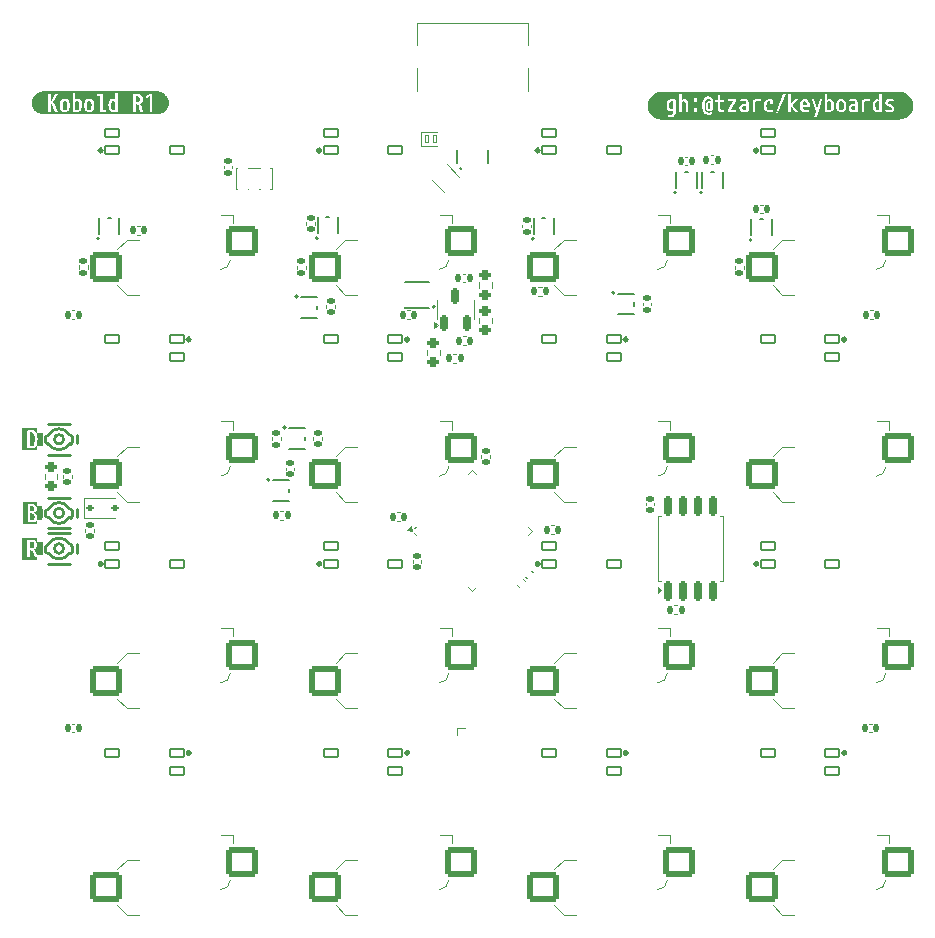
<source format=gbr>
%TF.GenerationSoftware,KiCad,Pcbnew,9.0.1*%
%TF.CreationDate,2025-04-04T22:51:44+11:00*%
%TF.ProjectId,Kobold,4b6f626f-6c64-42e6-9b69-6361645f7063,rev?*%
%TF.SameCoordinates,Original*%
%TF.FileFunction,Legend,Top*%
%TF.FilePolarity,Positive*%
%FSLAX46Y46*%
G04 Gerber Fmt 4.6, Leading zero omitted, Abs format (unit mm)*
G04 Created by KiCad (PCBNEW 9.0.1) date 2025-04-04 22:51:44*
%MOMM*%
%LPD*%
G01*
G04 APERTURE LIST*
G04 Aperture macros list*
%AMRoundRect*
0 Rectangle with rounded corners*
0 $1 Rounding radius*
0 $2 $3 $4 $5 $6 $7 $8 $9 X,Y pos of 4 corners*
0 Add a 4 corners polygon primitive as box body*
4,1,4,$2,$3,$4,$5,$6,$7,$8,$9,$2,$3,0*
0 Add four circle primitives for the rounded corners*
1,1,$1+$1,$2,$3*
1,1,$1+$1,$4,$5*
1,1,$1+$1,$6,$7*
1,1,$1+$1,$8,$9*
0 Add four rect primitives between the rounded corners*
20,1,$1+$1,$2,$3,$4,$5,0*
20,1,$1+$1,$4,$5,$6,$7,0*
20,1,$1+$1,$6,$7,$8,$9,0*
20,1,$1+$1,$8,$9,$2,$3,0*%
%AMRotRect*
0 Rectangle, with rotation*
0 The origin of the aperture is its center*
0 $1 length*
0 $2 width*
0 $3 Rotation angle, in degrees counterclockwise*
0 Add horizontal line*
21,1,$1,$2,0,0,$3*%
%AMFreePoly0*
4,1,18,-0.410000,0.265000,0.000000,0.675000,0.328000,0.675000,0.359380,0.668758,0.385983,0.650983,0.403758,0.624380,0.410000,0.593000,0.410000,-0.593000,0.403758,-0.624380,0.385983,-0.650983,0.359380,-0.668758,0.328000,-0.675000,-0.328000,-0.675000,-0.359380,-0.668758,-0.385983,-0.650983,-0.403758,-0.624380,-0.410000,-0.593000,-0.410000,0.265000,-0.410000,0.265000,$1*%
G04 Aperture macros list end*
%ADD10C,0.000000*%
%ADD11C,0.150000*%
%ADD12C,0.200000*%
%ADD13C,0.120000*%
%ADD14C,0.100000*%
%ADD15C,0.300000*%
%ADD16C,0.250000*%
%ADD17R,0.280000X0.580000*%
%ADD18RoundRect,0.140000X-0.219203X-0.021213X-0.021213X-0.219203X0.219203X0.021213X0.021213X0.219203X0*%
%ADD19RoundRect,0.140000X-0.170000X0.140000X-0.170000X-0.140000X0.170000X-0.140000X0.170000X0.140000X0*%
%ADD20RoundRect,0.200000X-0.275000X0.200000X-0.275000X-0.200000X0.275000X-0.200000X0.275000X0.200000X0*%
%ADD21C,1.700000*%
%ADD22C,3.400000*%
%ADD23C,3.300000*%
%ADD24RoundRect,0.260000X-1.065000X-1.040000X1.065000X-1.040000X1.065000X1.040000X-1.065000X1.040000X0*%
%ADD25RoundRect,0.135000X0.185000X-0.135000X0.185000X0.135000X-0.185000X0.135000X-0.185000X-0.135000X0*%
%ADD26C,4.400000*%
%ADD27RoundRect,0.150000X0.150000X-0.512500X0.150000X0.512500X-0.150000X0.512500X-0.150000X-0.512500X0*%
%ADD28R,0.500000X0.350000*%
%ADD29R,1.000000X1.600000*%
%ADD30R,0.600000X1.100000*%
%ADD31RoundRect,0.250000X-0.662913X-0.220971X-0.220971X-0.662913X0.662913X0.220971X0.220971X0.662913X0*%
%ADD32RoundRect,0.082000X-0.593000X0.328000X-0.593000X-0.328000X0.593000X-0.328000X0.593000X0.328000X0*%
%ADD33FreePoly0,270.000000*%
%ADD34RoundRect,0.140000X-0.140000X-0.170000X0.140000X-0.170000X0.140000X0.170000X-0.140000X0.170000X0*%
%ADD35RoundRect,0.050000X-0.150000X-0.300000X0.150000X-0.300000X0.150000X0.300000X-0.150000X0.300000X0*%
%ADD36RoundRect,0.140000X0.170000X-0.140000X0.170000X0.140000X-0.170000X0.140000X-0.170000X-0.140000X0*%
%ADD37RoundRect,0.135000X-0.135000X-0.185000X0.135000X-0.185000X0.135000X0.185000X-0.135000X0.185000X0*%
%ADD38RoundRect,0.140000X0.140000X0.170000X-0.140000X0.170000X-0.140000X-0.170000X0.140000X-0.170000X0*%
%ADD39RoundRect,0.082000X0.593000X-0.328000X0.593000X0.328000X-0.593000X0.328000X-0.593000X-0.328000X0*%
%ADD40FreePoly0,90.000000*%
%ADD41RoundRect,0.162500X0.162500X-0.650000X0.162500X0.650000X-0.162500X0.650000X-0.162500X-0.650000X0*%
%ADD42R,0.580000X0.280000*%
%ADD43RoundRect,0.200000X0.275000X-0.200000X0.275000X0.200000X-0.275000X0.200000X-0.275000X-0.200000X0*%
%ADD44R,0.800000X0.650000*%
%ADD45RoundRect,0.062500X-0.220971X-0.309359X0.309359X0.220971X0.220971X0.309359X-0.309359X-0.220971X0*%
%ADD46RoundRect,0.062500X0.220971X-0.309359X0.309359X-0.220971X-0.220971X0.309359X-0.309359X0.220971X0*%
%ADD47RotRect,5.600000X5.600000X45.000000*%
%ADD48RoundRect,0.135000X-0.185000X0.135000X-0.185000X-0.135000X0.185000X-0.135000X0.185000X0.135000X0*%
%ADD49C,0.650000*%
%ADD50R,0.600000X1.450000*%
%ADD51R,0.300000X1.450000*%
%ADD52O,1.000000X2.100000*%
%ADD53O,1.000000X1.600000*%
%ADD54R,0.200000X0.660000*%
%ADD55R,0.400000X0.660000*%
%ADD56C,2.374900*%
%ADD57C,0.990600*%
%ADD58C,0.787400*%
%ADD59RoundRect,0.112500X-0.187500X-0.112500X0.187500X-0.112500X0.187500X0.112500X-0.187500X0.112500X0*%
G04 APERTURE END LIST*
D10*
%TO.C,kibuzzard-677E65CD*%
G36*
X123783390Y-77690068D02*
G01*
X123881507Y-77785616D01*
X123923744Y-77891553D01*
X123949087Y-78039498D01*
X123957534Y-78229452D01*
X123949201Y-78439269D01*
X123924201Y-78600228D01*
X123882534Y-78712329D01*
X123784675Y-78810959D01*
X123641096Y-78843836D01*
X123548630Y-78825342D01*
X123548630Y-77676712D01*
X123641096Y-77658219D01*
X123783390Y-77690068D01*
G37*
G36*
X124609589Y-79191781D02*
G01*
X124181507Y-79191781D01*
X123641096Y-79191781D01*
X123318493Y-79191781D01*
X122890411Y-79191781D01*
X122890411Y-77520548D01*
X123318493Y-77520548D01*
X123318493Y-78979452D01*
X123473116Y-79010274D01*
X123641096Y-79020548D01*
X123811644Y-79002825D01*
X123945205Y-78949658D01*
X124046661Y-78852825D01*
X124120890Y-78704110D01*
X124154566Y-78573744D01*
X124174772Y-78415525D01*
X124181507Y-78229452D01*
X124173609Y-78037393D01*
X124149914Y-77876284D01*
X124110424Y-77746126D01*
X124055137Y-77646918D01*
X123952968Y-77553881D01*
X123814954Y-77498059D01*
X123641096Y-77479452D01*
X123479281Y-77489726D01*
X123318493Y-77520548D01*
X122890411Y-77520548D01*
X122890411Y-77308219D01*
X123318493Y-77308219D01*
X124181507Y-77308219D01*
X124609589Y-77308219D01*
X124609589Y-79191781D01*
G37*
D11*
%TO.C,U1*%
X178230000Y-56960000D02*
X178230000Y-55610000D01*
X179230000Y-55610000D02*
X178970000Y-55610000D01*
X179980000Y-56960000D02*
X179980000Y-55610000D01*
D12*
X178260000Y-57360000D02*
G75*
G02*
X178060000Y-57360000I-100000J0D01*
G01*
X178060000Y-57360000D02*
G75*
G02*
X178260000Y-57360000I100000J0D01*
G01*
D13*
%TO.C,C21*%
X164769190Y-90578307D02*
X164921693Y-90730810D01*
X165278307Y-90069190D02*
X165430810Y-90221693D01*
%TO.C,C13*%
X175440000Y-66692164D02*
X175440000Y-66907836D01*
X176160000Y-66692164D02*
X176160000Y-66907836D01*
%TO.C,R5*%
X161577500Y-67962742D02*
X161577500Y-68437258D01*
X162622500Y-67962742D02*
X162622500Y-68437258D01*
%TO.C,C17*%
X165469190Y-89878307D02*
X165621693Y-90030810D01*
X165978307Y-89369190D02*
X166130810Y-89521693D01*
%TO.C,SW14*%
X167950000Y-117725000D02*
X168750000Y-118525000D01*
X168750000Y-113875000D02*
X167950000Y-114675000D01*
X168750000Y-113875000D02*
X169750000Y-113875000D01*
X168750000Y-118525000D02*
X169750000Y-118525000D01*
X177754000Y-111725000D02*
X176754000Y-111725000D01*
X177754000Y-111725000D02*
X177754000Y-112425000D01*
X177500000Y-115575000D02*
G75*
G02*
X176700000Y-116375000I-800000J0D01*
G01*
%TO.C,SW11*%
X149450000Y-100225000D02*
X150250000Y-101025000D01*
X150250000Y-96375000D02*
X149450000Y-97175000D01*
X150250000Y-96375000D02*
X151250000Y-96375000D01*
X150250000Y-101025000D02*
X151250000Y-101025000D01*
X159254000Y-94225000D02*
X158254000Y-94225000D01*
X159254000Y-94225000D02*
X159254000Y-94925000D01*
X159000000Y-98075000D02*
G75*
G02*
X158200000Y-98875000I-800000J0D01*
G01*
%TO.C,R7*%
X183220000Y-63853641D02*
X183220000Y-63546359D01*
X183980000Y-63853641D02*
X183980000Y-63546359D01*
%TO.C,R11*%
X146120000Y-63853641D02*
X146120000Y-63546359D01*
X146880000Y-63853641D02*
X146880000Y-63546359D01*
%TO.C,U4*%
X158008000Y-67278000D02*
X158008000Y-66478000D01*
X158008000Y-67278000D02*
X158008000Y-68078000D01*
X161128000Y-67278000D02*
X161128000Y-66478000D01*
X161128000Y-67278000D02*
X161128000Y-68078000D01*
X158058000Y-68578000D02*
X157728000Y-68818000D01*
X157728000Y-68338000D01*
X158058000Y-68578000D01*
G36*
X158058000Y-68578000D02*
G01*
X157728000Y-68818000D01*
X157728000Y-68338000D01*
X158058000Y-68578000D01*
G37*
D10*
%TO.C,kibuzzard-677E65D8*%
G36*
X123798630Y-83929680D02*
G01*
X123874658Y-84000228D01*
X123900000Y-84117808D01*
X123883562Y-84225942D01*
X123834247Y-84299658D01*
X123750000Y-84342038D01*
X123628767Y-84356164D01*
X123569178Y-84356164D01*
X123569178Y-83922603D01*
X123671918Y-83906164D01*
X123798630Y-83929680D01*
G37*
G36*
X123781849Y-84547774D02*
G01*
X123869178Y-84598630D01*
X123920034Y-84686473D01*
X123936986Y-84814384D01*
X123921318Y-84940497D01*
X123874315Y-85027055D01*
X123795462Y-85077140D01*
X123684247Y-85093836D01*
X123569178Y-85077397D01*
X123569178Y-84530822D01*
X123655479Y-84530822D01*
X123781849Y-84547774D01*
G37*
G36*
X124589041Y-85441781D02*
G01*
X124160959Y-85441781D01*
X123684247Y-85441781D01*
X123339041Y-85441781D01*
X122910959Y-85441781D01*
X122910959Y-83770548D01*
X123339041Y-83770548D01*
X123339041Y-85229452D01*
X123452283Y-85252283D01*
X123567352Y-85265982D01*
X123684247Y-85270548D01*
X123829909Y-85257991D01*
X123949087Y-85220320D01*
X124041781Y-85157534D01*
X124107991Y-85069635D01*
X124147717Y-84956621D01*
X124160959Y-84818493D01*
X124141182Y-84680822D01*
X124081849Y-84563699D01*
X123992723Y-84477911D01*
X123883562Y-84434247D01*
X123883562Y-84432192D01*
X123979880Y-84390068D01*
X124055137Y-84317123D01*
X124103682Y-84219521D01*
X124119863Y-84103425D01*
X124101945Y-83968795D01*
X124048192Y-83864082D01*
X123958603Y-83789288D01*
X123833178Y-83744411D01*
X123671918Y-83729452D01*
X123502397Y-83739726D01*
X123339041Y-83770548D01*
X122910959Y-83770548D01*
X122910959Y-83558219D01*
X123339041Y-83558219D01*
X124160959Y-83558219D01*
X124589041Y-83558219D01*
X124589041Y-85441781D01*
G37*
D11*
%TO.C,U3*%
X155300000Y-64940000D02*
X155300000Y-64900000D01*
X155300000Y-67100000D02*
X155300000Y-67070000D01*
X155300000Y-67100000D02*
X157300000Y-67100000D01*
X157300000Y-64900000D02*
X155300000Y-64900000D01*
X157300000Y-64900000D02*
X157300000Y-64940000D01*
D12*
X157830000Y-67020000D02*
G75*
G02*
X157630000Y-67020000I-100000J0D01*
G01*
X157630000Y-67020000D02*
G75*
G02*
X157830000Y-67020000I100000J0D01*
G01*
D14*
%TO.C,U5*%
X140950000Y-55300000D02*
X140950000Y-57100000D01*
X141090000Y-55300000D02*
X140950000Y-55300000D01*
X141090000Y-57100000D02*
X140950000Y-57100000D01*
X142040000Y-57100000D02*
X142000000Y-57100000D01*
X142990000Y-55300000D02*
X142000000Y-55300000D01*
X142990000Y-57100000D02*
X142950000Y-57100000D01*
X144050000Y-55300000D02*
X143900000Y-55300000D01*
X144050000Y-55300000D02*
X144050000Y-57100000D01*
X144050000Y-57100000D02*
X143900000Y-57100000D01*
D13*
%TO.C,SW13*%
X186450000Y-117725000D02*
X187250000Y-118525000D01*
X187250000Y-113875000D02*
X186450000Y-114675000D01*
X187250000Y-113875000D02*
X188250000Y-113875000D01*
X187250000Y-118525000D02*
X188250000Y-118525000D01*
X196254000Y-111725000D02*
X195254000Y-111725000D01*
X196254000Y-111725000D02*
X196254000Y-112425000D01*
X196000000Y-115575000D02*
G75*
G02*
X195200000Y-116375000I-800000J0D01*
G01*
%TO.C,R3*%
X157592421Y-56263355D02*
X158620645Y-57291579D01*
X158879355Y-54976421D02*
X159907579Y-56004645D01*
D15*
%TO.C,D10*%
X166636803Y-88800000D02*
G75*
G02*
X166413197Y-88800000I-111803J0D01*
G01*
X166413197Y-88800000D02*
G75*
G02*
X166636803Y-88800000I111803J0D01*
G01*
D13*
%TO.C,C6*%
X127092164Y-67340000D02*
X127307836Y-67340000D01*
X127092164Y-68060000D02*
X127307836Y-68060000D01*
%TO.C,C26*%
X132612164Y-60200000D02*
X132827836Y-60200000D01*
X132612164Y-60920000D02*
X132827836Y-60920000D01*
%TO.C,C12*%
X185392164Y-58390000D02*
X185607836Y-58390000D01*
X185392164Y-59110000D02*
X185607836Y-59110000D01*
D15*
%TO.C,D12*%
X129636803Y-88800000D02*
G75*
G02*
X129413197Y-88800000I-111803J0D01*
G01*
X129413197Y-88800000D02*
G75*
G02*
X129636803Y-88800000I111803J0D01*
G01*
D13*
%TO.C,D17*%
X156670000Y-52222000D02*
X156670000Y-53442000D01*
X156670000Y-52222000D02*
X157980000Y-52222000D01*
X156670000Y-53442000D02*
X157980000Y-53442000D01*
D10*
%TO.C,kibuzzard-677E6634*%
G36*
X132725514Y-49184675D02*
G01*
X132803082Y-49233219D01*
X132849315Y-49316695D01*
X132864726Y-49437671D01*
X132848288Y-49564041D01*
X132798973Y-49647260D01*
X132710616Y-49693493D01*
X132577055Y-49708904D01*
X132496918Y-49708904D01*
X132496918Y-49184932D01*
X132616096Y-49168493D01*
X132725514Y-49184675D01*
G37*
G36*
X127621661Y-49611558D02*
G01*
X127677397Y-49677055D01*
X127710531Y-49795462D01*
X127721575Y-49976027D01*
X127708219Y-50161473D01*
X127668151Y-50282192D01*
X127600856Y-50348459D01*
X127505822Y-50370548D01*
X127372260Y-50343836D01*
X127372260Y-49659589D01*
X127446747Y-49607192D01*
X127542808Y-49589726D01*
X127621661Y-49611558D01*
G37*
G36*
X130688185Y-49607192D02*
G01*
X130762671Y-49659589D01*
X130762671Y-50343836D01*
X130629110Y-50370548D01*
X130534075Y-50348459D01*
X130466781Y-50282192D01*
X130426712Y-50161473D01*
X130413356Y-49976027D01*
X130424401Y-49795462D01*
X130457534Y-49677055D01*
X130513271Y-49611558D01*
X130592123Y-49589726D01*
X130688185Y-49607192D01*
G37*
G36*
X126592209Y-49610017D02*
G01*
X126654110Y-49670890D01*
X126688784Y-49787757D01*
X126700343Y-49976027D01*
X126688784Y-50164298D01*
X126654110Y-50281164D01*
X126592209Y-50342038D01*
X126498973Y-50362329D01*
X126405736Y-50342038D01*
X126343836Y-50281164D01*
X126309161Y-50164298D01*
X126297603Y-49976027D01*
X126309161Y-49787757D01*
X126343836Y-49670890D01*
X126405736Y-49610017D01*
X126498973Y-49589726D01*
X126592209Y-49610017D01*
G37*
G36*
X128647003Y-49610017D02*
G01*
X128708904Y-49670890D01*
X128743579Y-49787757D01*
X128755137Y-49976027D01*
X128743579Y-50164298D01*
X128708904Y-50281164D01*
X128647003Y-50342038D01*
X128553767Y-50362329D01*
X128460531Y-50342038D01*
X128398630Y-50281164D01*
X128363956Y-50164298D01*
X128352397Y-49976027D01*
X128363956Y-49787757D01*
X128398630Y-49670890D01*
X128460531Y-49610017D01*
X128553767Y-49589726D01*
X128647003Y-49610017D01*
G37*
G36*
X134436126Y-48802530D02*
G01*
X134528545Y-48816239D01*
X134619175Y-48838940D01*
X134707144Y-48870416D01*
X134791604Y-48910363D01*
X134871742Y-48958395D01*
X134946785Y-49014052D01*
X135016013Y-49076796D01*
X135078757Y-49146023D01*
X135134413Y-49221067D01*
X135182446Y-49301205D01*
X135222392Y-49385664D01*
X135253868Y-49473633D01*
X135276569Y-49564263D01*
X135290279Y-49656682D01*
X135294863Y-49750000D01*
X135290279Y-49843318D01*
X135276569Y-49935737D01*
X135253868Y-50026367D01*
X135222392Y-50114336D01*
X135182446Y-50198795D01*
X135134413Y-50278933D01*
X135078757Y-50353977D01*
X135016013Y-50423204D01*
X134946785Y-50485948D01*
X134871742Y-50541605D01*
X134791604Y-50589637D01*
X134707144Y-50629584D01*
X134619175Y-50661060D01*
X134528545Y-50683761D01*
X134436126Y-50697470D01*
X134342808Y-50702055D01*
X133914726Y-50702055D01*
X133684589Y-50702055D01*
X133129795Y-50702055D01*
X130639384Y-50702055D01*
X129961301Y-50702055D01*
X128553767Y-50702055D01*
X127495548Y-50702055D01*
X126498973Y-50702055D01*
X125315411Y-50702055D01*
X125085274Y-50702055D01*
X124657192Y-50702055D01*
X124563874Y-50697470D01*
X124471455Y-50683761D01*
X124380825Y-50661060D01*
X124292856Y-50629584D01*
X124208396Y-50589637D01*
X124128259Y-50541605D01*
X124086014Y-50510274D01*
X125085274Y-50510274D01*
X125315411Y-50510274D01*
X125315411Y-49791096D01*
X125319521Y-49791096D01*
X125679110Y-50510274D01*
X125927740Y-50510274D01*
X125653624Y-49976027D01*
X126067466Y-49976027D01*
X126079338Y-50152740D01*
X126114954Y-50293836D01*
X126174315Y-50399315D01*
X126257877Y-50472374D01*
X126366096Y-50516210D01*
X126498973Y-50530822D01*
X126631849Y-50516210D01*
X126740069Y-50472374D01*
X126748425Y-50465068D01*
X127146233Y-50465068D01*
X127251712Y-50501598D01*
X127368151Y-50523516D01*
X127495548Y-50530822D01*
X127637785Y-50516781D01*
X127752169Y-50474658D01*
X127838699Y-50404452D01*
X127899201Y-50300685D01*
X127935502Y-50157877D01*
X127947603Y-49976027D01*
X128122260Y-49976027D01*
X128134132Y-50152740D01*
X128169749Y-50293836D01*
X128229110Y-50399315D01*
X128312671Y-50472374D01*
X128420890Y-50516210D01*
X128553767Y-50530822D01*
X128686644Y-50516210D01*
X128794863Y-50472374D01*
X128878425Y-50399315D01*
X128937785Y-50293836D01*
X128973402Y-50152740D01*
X128985274Y-49976027D01*
X128973402Y-49799315D01*
X128937785Y-49658219D01*
X128878425Y-49552740D01*
X128794863Y-49479680D01*
X128686644Y-49435845D01*
X128553767Y-49421233D01*
X128420890Y-49435845D01*
X128312671Y-49479680D01*
X128229110Y-49552740D01*
X128169749Y-49658219D01*
X128134132Y-49799315D01*
X128122260Y-49976027D01*
X127947603Y-49976027D01*
X127937215Y-49797260D01*
X127906050Y-49655479D01*
X127854110Y-49550685D01*
X127780708Y-49478767D01*
X127685160Y-49435616D01*
X127567466Y-49421233D01*
X127467295Y-49432534D01*
X127372260Y-49466438D01*
X127372260Y-49176712D01*
X129180480Y-49176712D01*
X129455822Y-49176712D01*
X129455822Y-50510274D01*
X129961301Y-50510274D01*
X129961301Y-50343836D01*
X129685959Y-50343836D01*
X129685959Y-49976027D01*
X130187329Y-49976027D01*
X130199429Y-50157877D01*
X130235731Y-50300685D01*
X130296233Y-50404452D01*
X130382763Y-50474658D01*
X130497146Y-50516781D01*
X130639384Y-50530822D01*
X130766781Y-50523516D01*
X130883219Y-50501598D01*
X130988699Y-50465068D01*
X130988699Y-49030822D01*
X132266781Y-49030822D01*
X132266781Y-50510274D01*
X132496918Y-50510274D01*
X132496918Y-49887671D01*
X132577055Y-49887671D01*
X132701370Y-49927740D01*
X132740668Y-49985531D01*
X132774315Y-50078767D01*
X132893493Y-50510274D01*
X133129795Y-50510274D01*
X133002397Y-50091096D01*
X132936644Y-49929795D01*
X132858562Y-49828082D01*
X132858562Y-49823973D01*
X132959247Y-49765154D01*
X133031164Y-49681164D01*
X133074315Y-49572003D01*
X133088699Y-49437671D01*
X133076027Y-49296689D01*
X133050264Y-49219863D01*
X133327055Y-49219863D01*
X133327055Y-49421233D01*
X133680480Y-49223973D01*
X133684589Y-49226027D01*
X133684589Y-50510274D01*
X133914726Y-50510274D01*
X133914726Y-49010274D01*
X133686644Y-49010274D01*
X133327055Y-49219863D01*
X133050264Y-49219863D01*
X133038014Y-49183333D01*
X132974658Y-49097603D01*
X132884132Y-49037671D01*
X132764612Y-49001712D01*
X132616096Y-48989726D01*
X132497831Y-48994292D01*
X132381393Y-49007991D01*
X132266781Y-49030822D01*
X130988699Y-49030822D01*
X130988699Y-48969178D01*
X130762671Y-48969178D01*
X130762671Y-49466438D01*
X130667637Y-49432534D01*
X130567466Y-49421233D01*
X130449772Y-49435616D01*
X130354224Y-49478767D01*
X130280822Y-49550685D01*
X130228881Y-49655479D01*
X130197717Y-49797260D01*
X130187329Y-49976027D01*
X129685959Y-49976027D01*
X129685959Y-49010274D01*
X129180480Y-49010274D01*
X129180480Y-49176712D01*
X127372260Y-49176712D01*
X127372260Y-48969178D01*
X127146233Y-48969178D01*
X127146233Y-50465068D01*
X126748425Y-50465068D01*
X126823630Y-50399315D01*
X126882991Y-50293836D01*
X126918607Y-50152740D01*
X126930480Y-49976027D01*
X126918607Y-49799315D01*
X126882991Y-49658219D01*
X126823630Y-49552740D01*
X126740069Y-49479680D01*
X126631849Y-49435845D01*
X126498973Y-49421233D01*
X126366096Y-49435845D01*
X126257877Y-49479680D01*
X126174315Y-49552740D01*
X126114954Y-49658219D01*
X126079338Y-49799315D01*
X126067466Y-49976027D01*
X125653624Y-49976027D01*
X125525000Y-49725342D01*
X125917466Y-49010274D01*
X125670890Y-49010274D01*
X125319521Y-49667808D01*
X125315411Y-49667808D01*
X125315411Y-49010274D01*
X125085274Y-49010274D01*
X125085274Y-50510274D01*
X124086014Y-50510274D01*
X124053215Y-50485948D01*
X123983987Y-50423204D01*
X123921244Y-50353977D01*
X123865587Y-50278933D01*
X123817554Y-50198796D01*
X123777608Y-50114336D01*
X123746132Y-50026367D01*
X123723431Y-49935737D01*
X123709721Y-49843318D01*
X123705137Y-49750000D01*
X123709721Y-49656682D01*
X123723431Y-49564263D01*
X123746132Y-49473633D01*
X123777608Y-49385664D01*
X123817554Y-49301204D01*
X123865587Y-49221067D01*
X123921244Y-49146023D01*
X123983987Y-49076796D01*
X124053215Y-49014052D01*
X124128259Y-48958395D01*
X124208396Y-48910363D01*
X124292856Y-48870416D01*
X124380825Y-48838940D01*
X124471455Y-48816239D01*
X124563874Y-48802530D01*
X124657192Y-48797945D01*
X125085274Y-48797945D01*
X133914726Y-48797945D01*
X134342808Y-48797945D01*
X134436126Y-48802530D01*
G37*
D13*
%TO.C,C19*%
X126340000Y-81507836D02*
X126340000Y-81292164D01*
X127060000Y-81507836D02*
X127060000Y-81292164D01*
%TO.C,C27*%
X128240000Y-86094836D02*
X128240000Y-85879164D01*
X128960000Y-86094836D02*
X128960000Y-85879164D01*
%TO.C,C11*%
X175690000Y-83857836D02*
X175690000Y-83642164D01*
X176410000Y-83857836D02*
X176410000Y-83642164D01*
%TO.C,SW5*%
X186450000Y-82725000D02*
X187250000Y-83525000D01*
X187250000Y-78875000D02*
X186450000Y-79675000D01*
X187250000Y-78875000D02*
X188250000Y-78875000D01*
X187250000Y-83525000D02*
X188250000Y-83525000D01*
X196254000Y-76725000D02*
X195254000Y-76725000D01*
X196254000Y-76725000D02*
X196254000Y-77425000D01*
X196000000Y-80575000D02*
G75*
G02*
X195200000Y-81375000I-800000J0D01*
G01*
%TO.C,R1*%
X159346359Y-71020000D02*
X159653641Y-71020000D01*
X159346359Y-71780000D02*
X159653641Y-71780000D01*
D11*
%TO.C,U11*%
X166180000Y-60880000D02*
X166180000Y-59530000D01*
X167180000Y-59530000D02*
X166920000Y-59530000D01*
X167930000Y-60880000D02*
X167930000Y-59530000D01*
D12*
X166210000Y-61280000D02*
G75*
G02*
X166010000Y-61280000I-100000J0D01*
G01*
X166010000Y-61280000D02*
G75*
G02*
X166210000Y-61280000I100000J0D01*
G01*
D13*
%TO.C,C5*%
X194807836Y-102340000D02*
X194592164Y-102340000D01*
X194807836Y-103060000D02*
X194592164Y-103060000D01*
%TO.C,C8*%
X160192164Y-64240000D02*
X160407836Y-64240000D01*
X160192164Y-64960000D02*
X160407836Y-64960000D01*
D15*
%TO.C,D7*%
X155586803Y-69800000D02*
G75*
G02*
X155363197Y-69800000I-111803J0D01*
G01*
X155363197Y-69800000D02*
G75*
G02*
X155586803Y-69800000I111803J0D01*
G01*
D13*
%TO.C,SW10*%
X167950000Y-100225000D02*
X168750000Y-101025000D01*
X168750000Y-96375000D02*
X167950000Y-97175000D01*
X168750000Y-96375000D02*
X169750000Y-96375000D01*
X168750000Y-101025000D02*
X169750000Y-101025000D01*
X177754000Y-94225000D02*
X176754000Y-94225000D01*
X177754000Y-94225000D02*
X177754000Y-94925000D01*
X177500000Y-98075000D02*
G75*
G02*
X176700000Y-98875000I-800000J0D01*
G01*
%TO.C,C18*%
X154867836Y-84440000D02*
X154652164Y-84440000D01*
X154867836Y-85160000D02*
X154652164Y-85160000D01*
D15*
%TO.C,D3*%
X148136803Y-53800000D02*
G75*
G02*
X147913197Y-53800000I-111803J0D01*
G01*
X147913197Y-53800000D02*
G75*
G02*
X148136803Y-53800000I111803J0D01*
G01*
D13*
%TO.C,C14*%
X165240000Y-60092164D02*
X165240000Y-60307836D01*
X165960000Y-60092164D02*
X165960000Y-60307836D01*
%TO.C,U8*%
X176740000Y-84740000D02*
X177010000Y-84740000D01*
X176740000Y-87500000D02*
X176740000Y-84740000D01*
X176740000Y-87500000D02*
X176740000Y-90260000D01*
X176740000Y-90260000D02*
X177010000Y-90260000D01*
X182260000Y-84740000D02*
X181990000Y-84740000D01*
X182260000Y-87500000D02*
X182260000Y-84740000D01*
X182260000Y-87500000D02*
X182260000Y-90260000D01*
X182260000Y-90260000D02*
X181990000Y-90260000D01*
X177010000Y-91025000D02*
X176680000Y-91265000D01*
X176680000Y-90785000D01*
X177010000Y-91025000D01*
G36*
X177010000Y-91025000D02*
G01*
X176680000Y-91265000D01*
X176680000Y-90785000D01*
X177010000Y-91025000D01*
G37*
%TO.C,SW16*%
X130950000Y-117725000D02*
X131750000Y-118525000D01*
X131750000Y-113875000D02*
X130950000Y-114675000D01*
X131750000Y-113875000D02*
X132750000Y-113875000D01*
X131750000Y-118525000D02*
X132750000Y-118525000D01*
X140754000Y-111725000D02*
X139754000Y-111725000D01*
X140754000Y-111725000D02*
X140754000Y-112425000D01*
X140500000Y-115575000D02*
G75*
G02*
X139700000Y-116375000I-800000J0D01*
G01*
%TO.C,SW6*%
X167950000Y-82725000D02*
X168750000Y-83525000D01*
X168750000Y-78875000D02*
X167950000Y-79675000D01*
X168750000Y-78875000D02*
X169750000Y-78875000D01*
X168750000Y-83525000D02*
X169750000Y-83525000D01*
X177754000Y-76725000D02*
X176754000Y-76725000D01*
X177754000Y-76725000D02*
X177754000Y-77425000D01*
X177500000Y-80575000D02*
G75*
G02*
X176700000Y-81375000I-800000J0D01*
G01*
D11*
%TO.C,U10*%
X173320000Y-65930000D02*
X174670000Y-65930000D01*
X173320000Y-67680000D02*
X174670000Y-67680000D01*
X174670000Y-66930000D02*
X174670000Y-66670000D01*
D12*
X173020000Y-65860000D02*
G75*
G02*
X172820000Y-65860000I-100000J0D01*
G01*
X172820000Y-65860000D02*
G75*
G02*
X173020000Y-65860000I100000J0D01*
G01*
D13*
%TO.C,C3*%
X155707836Y-67340000D02*
X155492164Y-67340000D01*
X155707836Y-68060000D02*
X155492164Y-68060000D01*
%TO.C,C16*%
X161750000Y-79807836D02*
X161750000Y-79592164D01*
X162470000Y-79807836D02*
X162470000Y-79592164D01*
D15*
%TO.C,D2*%
X166636803Y-53800000D02*
G75*
G02*
X166413197Y-53800000I-111803J0D01*
G01*
X166413197Y-53800000D02*
G75*
G02*
X166636803Y-53800000I111803J0D01*
G01*
D13*
%TO.C,R2*%
X157177500Y-71137258D02*
X157177500Y-70662742D01*
X158222500Y-71137258D02*
X158222500Y-70662742D01*
%TO.C,C2*%
X181192164Y-54220000D02*
X181407836Y-54220000D01*
X181192164Y-54940000D02*
X181407836Y-54940000D01*
D11*
%TO.C,U12*%
X145500000Y-77330000D02*
X146850000Y-77330000D01*
X145500000Y-79080000D02*
X146850000Y-79080000D01*
X146850000Y-78330000D02*
X146850000Y-78070000D01*
D12*
X145200000Y-77260000D02*
G75*
G02*
X145000000Y-77260000I-100000J0D01*
G01*
X145000000Y-77260000D02*
G75*
G02*
X145200000Y-77260000I100000J0D01*
G01*
D16*
%TO.C,SW18*%
X124500000Y-77910000D02*
X124500000Y-78590000D01*
X124850000Y-78000000D02*
X124850000Y-78510000D01*
X124850000Y-78510000D02*
X125110000Y-78620000D01*
X125110000Y-77870000D02*
X124850000Y-78000000D01*
X126890000Y-78630000D02*
X127140000Y-78510000D01*
X126950000Y-76950000D02*
X125040000Y-76950000D01*
X126950000Y-79550000D02*
X125040000Y-79550000D01*
X127140000Y-78000000D02*
X126890000Y-77890000D01*
X127140000Y-78510000D02*
X127140000Y-78000000D01*
X127500000Y-78590000D02*
X127500000Y-77910000D01*
X125108616Y-77872377D02*
G75*
G02*
X126890000Y-77870000I891384J-517623D01*
G01*
X126891384Y-78617623D02*
G75*
G02*
X125110000Y-78620000I-891384J517623D01*
G01*
X126400000Y-78250000D02*
G75*
G02*
X125600000Y-78250000I-400000J0D01*
G01*
X125600000Y-78250000D02*
G75*
G02*
X126400000Y-78250000I400000J0D01*
G01*
D13*
%TO.C,R6*%
X178046359Y-92320000D02*
X178353641Y-92320000D01*
X178046359Y-93080000D02*
X178353641Y-93080000D01*
%TO.C,SW7*%
X149450000Y-82725000D02*
X150250000Y-83525000D01*
X150250000Y-78875000D02*
X149450000Y-79675000D01*
X150250000Y-78875000D02*
X151250000Y-78875000D01*
X150250000Y-83525000D02*
X151250000Y-83525000D01*
X159254000Y-76725000D02*
X158254000Y-76725000D01*
X159254000Y-76725000D02*
X159254000Y-77425000D01*
X159000000Y-80575000D02*
G75*
G02*
X158200000Y-81375000I-800000J0D01*
G01*
%TO.C,U7*%
X156205342Y-85664124D02*
X156081598Y-85787868D01*
X156205342Y-86335876D02*
X156039172Y-86169706D01*
X160638901Y-81230565D02*
X160974777Y-80894689D01*
X160974777Y-80894689D02*
X161310653Y-81230565D01*
X160974777Y-91105311D02*
X160638901Y-90769435D01*
X161310653Y-90769435D02*
X160974777Y-91105311D01*
X165744212Y-86335876D02*
X166080088Y-86000000D01*
X166080088Y-86000000D02*
X165744212Y-85664124D01*
X155869466Y-86000000D02*
X155466415Y-85936360D01*
X155805826Y-85596949D01*
X155869466Y-86000000D01*
G36*
X155869466Y-86000000D02*
G01*
X155466415Y-85936360D01*
X155805826Y-85596949D01*
X155869466Y-86000000D01*
G37*
%TO.C,SW12*%
X130950000Y-100225000D02*
X131750000Y-101025000D01*
X131750000Y-96375000D02*
X130950000Y-97175000D01*
X131750000Y-96375000D02*
X132750000Y-96375000D01*
X131750000Y-101025000D02*
X132750000Y-101025000D01*
X140754000Y-94225000D02*
X139754000Y-94225000D01*
X140754000Y-94225000D02*
X140754000Y-94925000D01*
X140500000Y-98075000D02*
G75*
G02*
X139700000Y-98875000I-800000J0D01*
G01*
D15*
%TO.C,D14*%
X174086803Y-104800000D02*
G75*
G02*
X173863197Y-104800000I-111803J0D01*
G01*
X173863197Y-104800000D02*
G75*
G02*
X174086803Y-104800000I111803J0D01*
G01*
%TO.C,D13*%
X192586803Y-104800000D02*
G75*
G02*
X192363197Y-104800000I-111803J0D01*
G01*
X192363197Y-104800000D02*
G75*
G02*
X192586803Y-104800000I111803J0D01*
G01*
D13*
%TO.C,C10*%
X139940000Y-55092164D02*
X139940000Y-55307836D01*
X140660000Y-55092164D02*
X140660000Y-55307836D01*
%TO.C,R10*%
X144000000Y-78046359D02*
X144000000Y-78353641D01*
X144760000Y-78046359D02*
X144760000Y-78353641D01*
D15*
%TO.C,D4*%
X129636803Y-53800000D02*
G75*
G02*
X129413197Y-53800000I-111803J0D01*
G01*
X129413197Y-53800000D02*
G75*
G02*
X129636803Y-53800000I111803J0D01*
G01*
D11*
%TO.C,U14*%
X146520000Y-66230000D02*
X147870000Y-66230000D01*
X146520000Y-67980000D02*
X147870000Y-67980000D01*
X147870000Y-67230000D02*
X147870000Y-66970000D01*
D12*
X146220000Y-66160000D02*
G75*
G02*
X146020000Y-66160000I-100000J0D01*
G01*
X146020000Y-66160000D02*
G75*
G02*
X146220000Y-66160000I100000J0D01*
G01*
D11*
%TO.C,U2*%
X180430000Y-56960000D02*
X180430000Y-55610000D01*
X181430000Y-55610000D02*
X181170000Y-55610000D01*
X182180000Y-56960000D02*
X182180000Y-55610000D01*
D12*
X180460000Y-57360000D02*
G75*
G02*
X180260000Y-57360000I-100000J0D01*
G01*
X180260000Y-57360000D02*
G75*
G02*
X180460000Y-57360000I100000J0D01*
G01*
D15*
%TO.C,D1*%
X185136803Y-53800000D02*
G75*
G02*
X184913197Y-53800000I-111803J0D01*
G01*
X184913197Y-53800000D02*
G75*
G02*
X185136803Y-53800000I111803J0D01*
G01*
D13*
%TO.C,SW2*%
X167950000Y-65225000D02*
X168750000Y-66025000D01*
X168750000Y-61375000D02*
X167950000Y-62175000D01*
X168750000Y-61375000D02*
X169750000Y-61375000D01*
X168750000Y-66025000D02*
X169750000Y-66025000D01*
X177754000Y-59225000D02*
X176754000Y-59225000D01*
X177754000Y-59225000D02*
X177754000Y-59925000D01*
X177500000Y-63075000D02*
G75*
G02*
X176700000Y-63875000I-800000J0D01*
G01*
%TO.C,C22*%
X155950000Y-88512164D02*
X155950000Y-88727836D01*
X156670000Y-88512164D02*
X156670000Y-88727836D01*
%TO.C,C25*%
X145190000Y-80857836D02*
X145190000Y-80642164D01*
X145910000Y-80857836D02*
X145910000Y-80642164D01*
%TO.C,SW8*%
X130950000Y-82725000D02*
X131750000Y-83525000D01*
X131750000Y-78875000D02*
X130950000Y-79675000D01*
X131750000Y-78875000D02*
X132750000Y-78875000D01*
X131750000Y-83525000D02*
X132750000Y-83525000D01*
X140754000Y-76725000D02*
X139754000Y-76725000D01*
X140754000Y-76725000D02*
X140754000Y-77425000D01*
X140500000Y-80575000D02*
G75*
G02*
X139700000Y-81375000I-800000J0D01*
G01*
D15*
%TO.C,D5*%
X192586803Y-69800000D02*
G75*
G02*
X192363197Y-69800000I-111803J0D01*
G01*
X192363197Y-69800000D02*
G75*
G02*
X192586803Y-69800000I111803J0D01*
G01*
D13*
%TO.C,SW4*%
X130950000Y-65225000D02*
X131750000Y-66025000D01*
X131750000Y-61375000D02*
X130950000Y-62175000D01*
X131750000Y-61375000D02*
X132750000Y-61375000D01*
X131750000Y-66025000D02*
X132750000Y-66025000D01*
X140754000Y-59225000D02*
X139754000Y-59225000D01*
X140754000Y-59225000D02*
X140754000Y-59925000D01*
X140500000Y-63075000D02*
G75*
G02*
X139700000Y-63875000I-800000J0D01*
G01*
%TO.C,J1*%
X156300000Y-44900000D02*
X156300000Y-43000000D01*
X156300000Y-48800000D02*
X156300000Y-46800000D01*
X165700000Y-43000000D02*
X156300000Y-43000000D01*
X165700000Y-44900000D02*
X165700000Y-43000000D01*
X165700000Y-48800000D02*
X165700000Y-46800000D01*
D10*
%TO.C,kibuzzard-677E6627*%
G36*
X189285822Y-49678425D02*
G01*
X189318699Y-49773716D01*
X189331027Y-49917808D01*
X188965274Y-49917808D01*
X188982740Y-49769863D01*
X189018699Y-49675342D01*
X189075719Y-49624486D01*
X189156370Y-49607534D01*
X189285822Y-49678425D01*
G37*
G36*
X181157055Y-49790411D02*
G01*
X181157055Y-50228082D01*
X181070753Y-50277397D01*
X180986507Y-50222945D01*
X180968014Y-50140497D01*
X180961849Y-50002055D01*
X180967500Y-49863613D01*
X180984452Y-49781164D01*
X181066644Y-49726712D01*
X181157055Y-49790411D01*
G37*
G36*
X184167329Y-50367808D02*
G01*
X184031712Y-50394521D01*
X183881712Y-50346233D01*
X183828288Y-50209589D01*
X183844983Y-50116610D01*
X183895068Y-50051370D01*
X183982140Y-50012842D01*
X184109795Y-50000000D01*
X184167329Y-50000000D01*
X184167329Y-50367808D01*
G37*
G36*
X193413904Y-50367808D02*
G01*
X193278288Y-50394521D01*
X193128288Y-50346233D01*
X193074863Y-50209589D01*
X193091558Y-50116610D01*
X193141644Y-50051370D01*
X193228716Y-50012842D01*
X193356370Y-50000000D01*
X193413904Y-50000000D01*
X193413904Y-50367808D01*
G37*
G36*
X178011164Y-49626027D02*
G01*
X178011164Y-50279452D01*
X177857055Y-50326712D01*
X177771652Y-50304366D01*
X177710651Y-50237329D01*
X177674050Y-50125599D01*
X177661849Y-49969178D01*
X177675976Y-49802740D01*
X177718356Y-49693836D01*
X177791558Y-49633733D01*
X177898151Y-49613699D01*
X178011164Y-49626027D01*
G37*
G36*
X191298236Y-49635531D02*
G01*
X191353973Y-49701027D01*
X191387106Y-49819435D01*
X191398151Y-50000000D01*
X191384795Y-50185445D01*
X191344726Y-50306164D01*
X191277432Y-50372432D01*
X191182397Y-50394521D01*
X191048836Y-50367808D01*
X191048836Y-49683562D01*
X191123322Y-49631164D01*
X191219384Y-49613699D01*
X191298236Y-49635531D01*
G37*
G36*
X195392158Y-49631164D02*
G01*
X195466644Y-49683562D01*
X195466644Y-50367808D01*
X195333082Y-50394521D01*
X195238048Y-50372432D01*
X195170753Y-50306164D01*
X195130685Y-50185445D01*
X195117329Y-50000000D01*
X195128373Y-49819435D01*
X195161507Y-49701027D01*
X195217243Y-49635531D01*
X195296096Y-49613699D01*
X195392158Y-49631164D01*
G37*
G36*
X192323579Y-49633990D02*
G01*
X192385479Y-49694863D01*
X192420154Y-49811729D01*
X192431712Y-50000000D01*
X192420154Y-50188271D01*
X192385479Y-50305137D01*
X192323579Y-50366010D01*
X192230342Y-50386301D01*
X192137106Y-50366010D01*
X192075205Y-50305137D01*
X192040531Y-50188271D01*
X192028973Y-50000000D01*
X192040531Y-49811729D01*
X192075205Y-49694863D01*
X192137106Y-49633990D01*
X192230342Y-49613699D01*
X192323579Y-49633990D01*
G37*
G36*
X197267733Y-48827591D02*
G01*
X197382093Y-48844554D01*
X197494239Y-48872646D01*
X197603093Y-48911594D01*
X197707604Y-48961024D01*
X197806768Y-49020460D01*
X197899628Y-49089330D01*
X197985290Y-49166970D01*
X198062930Y-49252633D01*
X198131800Y-49345493D01*
X198191236Y-49444656D01*
X198240666Y-49549167D01*
X198279615Y-49658021D01*
X198307706Y-49770168D01*
X198324670Y-49884528D01*
X198330342Y-50000000D01*
X198324670Y-50115472D01*
X198307706Y-50229832D01*
X198279615Y-50341979D01*
X198240666Y-50450833D01*
X198191236Y-50555344D01*
X198131800Y-50654507D01*
X198062930Y-50747367D01*
X197985290Y-50833030D01*
X197899628Y-50910670D01*
X197806768Y-50979540D01*
X197707604Y-51038976D01*
X197603093Y-51088406D01*
X197494239Y-51127354D01*
X197382093Y-51155446D01*
X197267733Y-51172409D01*
X197152260Y-51178082D01*
X196724178Y-51178082D01*
X196327603Y-51178082D01*
X195343356Y-51178082D01*
X194196781Y-51178082D01*
X193278288Y-51178082D01*
X192230342Y-51178082D01*
X191172123Y-51178082D01*
X190146781Y-51178082D01*
X189203630Y-51178082D01*
X188572808Y-51178082D01*
X186861164Y-51178082D01*
X186156370Y-51178082D01*
X184950205Y-51178082D01*
X184031712Y-51178082D01*
X183347466Y-51178082D01*
X182100205Y-51178082D01*
X180980342Y-51178082D01*
X179747466Y-51178082D01*
X179747466Y-50534247D01*
X180055685Y-50534247D01*
X180055685Y-50184932D01*
X179747466Y-50184932D01*
X179747466Y-50000000D01*
X180466644Y-50000000D01*
X180474799Y-50189362D01*
X180499264Y-50350599D01*
X180540039Y-50483711D01*
X180597123Y-50588699D01*
X180697694Y-50689726D01*
X180825434Y-50750342D01*
X180980342Y-50770548D01*
X181129315Y-50756678D01*
X181268014Y-50715068D01*
X181268014Y-50616438D01*
X186663904Y-50616438D01*
X186861164Y-50616438D01*
X186895428Y-50534247D01*
X187740616Y-50534247D01*
X187966644Y-50534247D01*
X187966644Y-50067808D01*
X188307740Y-50534247D01*
X188572808Y-50534247D01*
X188161241Y-50000000D01*
X188731027Y-50000000D01*
X188740672Y-50147190D01*
X188769607Y-50271736D01*
X188817832Y-50373637D01*
X188885347Y-50452893D01*
X188972151Y-50509505D01*
X189078246Y-50543472D01*
X189203630Y-50554795D01*
X189346952Y-50541952D01*
X189497466Y-50503425D01*
X189497466Y-50332877D01*
X189356712Y-50374486D01*
X189230342Y-50388356D01*
X189120154Y-50370634D01*
X189040274Y-50317466D01*
X188989161Y-50222175D01*
X188965274Y-50078082D01*
X189548836Y-50078082D01*
X189552945Y-49995890D01*
X189542215Y-49820434D01*
X189510023Y-49680365D01*
X189456370Y-49575685D01*
X189380799Y-49503196D01*
X189296478Y-49465753D01*
X189733767Y-49465753D01*
X190089247Y-50513699D01*
X189920753Y-50986301D01*
X190146781Y-50986301D01*
X190307383Y-50489041D01*
X190822808Y-50489041D01*
X190928288Y-50525571D01*
X191044726Y-50547489D01*
X191172123Y-50554795D01*
X191314361Y-50540753D01*
X191428744Y-50498630D01*
X191515274Y-50428425D01*
X191575776Y-50324658D01*
X191612078Y-50181849D01*
X191624178Y-50000000D01*
X191798836Y-50000000D01*
X191810708Y-50176712D01*
X191846324Y-50317808D01*
X191905685Y-50423288D01*
X191989247Y-50496347D01*
X192097466Y-50540183D01*
X192230342Y-50554795D01*
X192363219Y-50540183D01*
X192471438Y-50496347D01*
X192555000Y-50423288D01*
X192614361Y-50317808D01*
X192641678Y-50209589D01*
X192857055Y-50209589D01*
X192884538Y-50355479D01*
X192966986Y-50464384D01*
X193050434Y-50514612D01*
X193154201Y-50544749D01*
X193278288Y-50554795D01*
X193403174Y-50547489D01*
X193523037Y-50525571D01*
X193637877Y-50489041D01*
X193637877Y-49852055D01*
X193629087Y-49708219D01*
X193602717Y-49600000D01*
X193573694Y-49552055D01*
X193970753Y-49552055D01*
X193970753Y-50534247D01*
X194196781Y-50534247D01*
X194195503Y-50000000D01*
X194891301Y-50000000D01*
X194903402Y-50181849D01*
X194939703Y-50324658D01*
X195000205Y-50428425D01*
X195086735Y-50498630D01*
X195201119Y-50540753D01*
X195343356Y-50554795D01*
X195470753Y-50547489D01*
X195587192Y-50525571D01*
X195692671Y-50489041D01*
X195692671Y-49743151D01*
X195963904Y-49743151D01*
X195984452Y-49861558D01*
X196046096Y-49953767D01*
X196156541Y-50025428D01*
X196323493Y-50082192D01*
X196459110Y-50143836D01*
X196496096Y-50246575D01*
X196448836Y-50354452D01*
X196292671Y-50388356D01*
X196138048Y-50368322D01*
X195974178Y-50308219D01*
X195974178Y-50489041D01*
X196083767Y-50525571D01*
X196201575Y-50547489D01*
X196327603Y-50554795D01*
X196495325Y-50534760D01*
X196620411Y-50474658D01*
X196698236Y-50377568D01*
X196724178Y-50246575D01*
X196704401Y-50115068D01*
X196645068Y-50020548D01*
X196531284Y-49950685D01*
X196348151Y-49893151D01*
X196225890Y-49835616D01*
X196189932Y-49743151D01*
X196234623Y-49642979D01*
X196368699Y-49609589D01*
X196524863Y-49622432D01*
X196689247Y-49660959D01*
X196689247Y-49490411D01*
X196581941Y-49465297D01*
X196468242Y-49450228D01*
X196348151Y-49445205D01*
X196180685Y-49464469D01*
X196060479Y-49522260D01*
X195988048Y-49616010D01*
X195963904Y-49743151D01*
X195692671Y-49743151D01*
X195692671Y-48993151D01*
X195466644Y-48993151D01*
X195466644Y-49490411D01*
X195371610Y-49456507D01*
X195271438Y-49445205D01*
X195153744Y-49459589D01*
X195058196Y-49502740D01*
X194984795Y-49574658D01*
X194932854Y-49679452D01*
X194901689Y-49821233D01*
X194891301Y-50000000D01*
X194195503Y-50000000D01*
X194194726Y-49675342D01*
X194340160Y-49642237D01*
X194491530Y-49622374D01*
X194648836Y-49615753D01*
X194648836Y-49445205D01*
X194508616Y-49449479D01*
X194370699Y-49462301D01*
X194235082Y-49483671D01*
X194101767Y-49513589D01*
X193970753Y-49552055D01*
X193573694Y-49552055D01*
X193558767Y-49527397D01*
X193442928Y-49465753D01*
X193253630Y-49445205D01*
X193143128Y-49452511D01*
X193028059Y-49474429D01*
X192908425Y-49510959D01*
X192908425Y-49687671D01*
X193027603Y-49646575D01*
X193138562Y-49621918D01*
X193241301Y-49613699D01*
X193382055Y-49651712D01*
X193413904Y-49810959D01*
X193413904Y-49845890D01*
X193356370Y-49845890D01*
X193203288Y-49856279D01*
X193078288Y-49887443D01*
X192981370Y-49939384D01*
X192888134Y-50053682D01*
X192857055Y-50209589D01*
X192641678Y-50209589D01*
X192649977Y-50176712D01*
X192661849Y-50000000D01*
X192649977Y-49823288D01*
X192614361Y-49682192D01*
X192555000Y-49576712D01*
X192471438Y-49503653D01*
X192363219Y-49459817D01*
X192230342Y-49445205D01*
X192097466Y-49459817D01*
X191989247Y-49503653D01*
X191905685Y-49576712D01*
X191846324Y-49682192D01*
X191810708Y-49823288D01*
X191798836Y-50000000D01*
X191624178Y-50000000D01*
X191613790Y-49821233D01*
X191582626Y-49679452D01*
X191530685Y-49574658D01*
X191457283Y-49502740D01*
X191361735Y-49459589D01*
X191244041Y-49445205D01*
X191143870Y-49456507D01*
X191048836Y-49490411D01*
X191048836Y-48993151D01*
X190822808Y-48993151D01*
X190822808Y-50489041D01*
X190307383Y-50489041D01*
X190637877Y-49465753D01*
X190403630Y-49465753D01*
X190189932Y-50246575D01*
X190185822Y-50246575D01*
X189957740Y-49465753D01*
X189733767Y-49465753D01*
X189296478Y-49465753D01*
X189282854Y-49459703D01*
X189162534Y-49445205D01*
X189030685Y-49460616D01*
X188922808Y-49506849D01*
X188838904Y-49583904D01*
X188778973Y-49691781D01*
X188743014Y-49830479D01*
X188731027Y-50000000D01*
X188161241Y-50000000D01*
X188145411Y-49979452D01*
X188572808Y-49465753D01*
X188311849Y-49465753D01*
X187966644Y-49897260D01*
X187966644Y-48993151D01*
X187740616Y-48993151D01*
X187740616Y-50534247D01*
X186895428Y-50534247D01*
X187520753Y-49034247D01*
X187323493Y-49034247D01*
X186663904Y-50616438D01*
X181268014Y-50616438D01*
X181268014Y-50528082D01*
X181135993Y-50580479D01*
X181007055Y-50597945D01*
X180856541Y-50564555D01*
X180750205Y-50464384D01*
X180703402Y-50353425D01*
X180675320Y-50198630D01*
X180665959Y-50000000D01*
X180674749Y-49801370D01*
X180701119Y-49646575D01*
X180745068Y-49535616D01*
X180846010Y-49435445D01*
X180990616Y-49402055D01*
X181125205Y-49451370D01*
X181173493Y-49589041D01*
X181173493Y-49611644D01*
X181169384Y-49611644D01*
X181027603Y-49560274D01*
X180910736Y-49586216D01*
X180827260Y-49664041D01*
X180790160Y-49747717D01*
X180767900Y-49860388D01*
X180760479Y-50002055D01*
X180768242Y-50147831D01*
X180791530Y-50261872D01*
X180830342Y-50344178D01*
X180919726Y-50418921D01*
X181048151Y-50443836D01*
X181168014Y-50428995D01*
X181275548Y-50384475D01*
X181370753Y-50310274D01*
X181370753Y-49640411D01*
X181356432Y-49506849D01*
X181555685Y-49506849D01*
X181555685Y-49673288D01*
X181767329Y-49673288D01*
X181767329Y-50226027D01*
X181785565Y-50385274D01*
X181840274Y-50484932D01*
X181941729Y-50537329D01*
X182100205Y-50554795D01*
X182213733Y-50548630D01*
X182315959Y-50530137D01*
X182315959Y-50343151D01*
X182228116Y-50366267D01*
X182141301Y-50373973D01*
X182018014Y-50340068D01*
X181991301Y-50184932D01*
X181991301Y-49673288D01*
X182336507Y-49673288D01*
X182336507Y-49632192D01*
X182618014Y-49632192D01*
X183088562Y-49632192D01*
X183088562Y-49636301D01*
X182618014Y-50367808D01*
X182618014Y-50534247D01*
X183347466Y-50534247D01*
X183347466Y-50367808D01*
X182876918Y-50367808D01*
X182876918Y-50363699D01*
X182976051Y-50209589D01*
X183610479Y-50209589D01*
X183637962Y-50355479D01*
X183720411Y-50464384D01*
X183803858Y-50514612D01*
X183907626Y-50544749D01*
X184031712Y-50554795D01*
X184156598Y-50547489D01*
X184276461Y-50525571D01*
X184391301Y-50489041D01*
X184391301Y-49852055D01*
X184382511Y-49708219D01*
X184356142Y-49600000D01*
X184327119Y-49552055D01*
X184724178Y-49552055D01*
X184724178Y-50534247D01*
X184950205Y-50534247D01*
X184948927Y-50000000D01*
X185669384Y-50000000D01*
X185683539Y-50168493D01*
X185726005Y-50306849D01*
X185796781Y-50415068D01*
X185893356Y-50492694D01*
X186013219Y-50539269D01*
X186156370Y-50554795D01*
X186285308Y-50541952D01*
X186409110Y-50503425D01*
X186409110Y-50334932D01*
X186294041Y-50379623D01*
X186183082Y-50394521D01*
X186065445Y-50369863D01*
X185975548Y-50295890D01*
X185918527Y-50172603D01*
X185899521Y-50000000D01*
X185915959Y-49832277D01*
X185965274Y-49711301D01*
X186043870Y-49638099D01*
X186148151Y-49613699D01*
X186203630Y-49619863D01*
X186203630Y-49856164D01*
X186419384Y-49856164D01*
X186419384Y-49486301D01*
X186293014Y-49455479D01*
X186152260Y-49445205D01*
X186024150Y-49456528D01*
X185915749Y-49490495D01*
X185827058Y-49547107D01*
X185758075Y-49626363D01*
X185708802Y-49728264D01*
X185679238Y-49852810D01*
X185669384Y-50000000D01*
X184948927Y-50000000D01*
X184948151Y-49675342D01*
X185093584Y-49642237D01*
X185244954Y-49622374D01*
X185402260Y-49615753D01*
X185402260Y-49445205D01*
X185262041Y-49449479D01*
X185124123Y-49462301D01*
X184988507Y-49483671D01*
X184855192Y-49513589D01*
X184724178Y-49552055D01*
X184327119Y-49552055D01*
X184312192Y-49527397D01*
X184196353Y-49465753D01*
X184007055Y-49445205D01*
X183896553Y-49452511D01*
X183781484Y-49474429D01*
X183661849Y-49510959D01*
X183661849Y-49687671D01*
X183781027Y-49646575D01*
X183891986Y-49621918D01*
X183994726Y-49613699D01*
X184135479Y-49651712D01*
X184167329Y-49810959D01*
X184167329Y-49845890D01*
X184109795Y-49845890D01*
X183956712Y-49856279D01*
X183831712Y-49887443D01*
X183734795Y-49939384D01*
X183641558Y-50053682D01*
X183610479Y-50209589D01*
X182976051Y-50209589D01*
X183347466Y-49632192D01*
X183347466Y-49465753D01*
X182618014Y-49465753D01*
X182618014Y-49632192D01*
X182336507Y-49632192D01*
X182336507Y-49506849D01*
X181991301Y-49506849D01*
X181991301Y-49116438D01*
X181767329Y-49116438D01*
X181767329Y-49506849D01*
X181555685Y-49506849D01*
X181356432Y-49506849D01*
X181354890Y-49492466D01*
X181307301Y-49377397D01*
X181227986Y-49295205D01*
X181116945Y-49245890D01*
X180974178Y-49229452D01*
X180819612Y-49249886D01*
X180692900Y-49311187D01*
X180594041Y-49413356D01*
X180538305Y-49518985D01*
X180498493Y-49651969D01*
X180474606Y-49812307D01*
X180466644Y-50000000D01*
X179747466Y-50000000D01*
X179747466Y-49732877D01*
X180055685Y-49732877D01*
X180055685Y-49383562D01*
X179747466Y-49383562D01*
X179747466Y-49732877D01*
X179747466Y-50184932D01*
X179747466Y-50534247D01*
X179747466Y-51178082D01*
X179274863Y-51178082D01*
X177569384Y-51178082D01*
X177435822Y-51178082D01*
X177007740Y-51178082D01*
X176892267Y-51172409D01*
X176777907Y-51155446D01*
X176665761Y-51127354D01*
X176556907Y-51088406D01*
X176452396Y-51038976D01*
X176353232Y-50979540D01*
X176260372Y-50910670D01*
X176174710Y-50833030D01*
X176097070Y-50747367D01*
X176028200Y-50654507D01*
X175968764Y-50555344D01*
X175919334Y-50450833D01*
X175880385Y-50341979D01*
X175852294Y-50229832D01*
X175835330Y-50115472D01*
X175829658Y-50000000D01*
X175831172Y-49969178D01*
X177435822Y-49969178D01*
X177446781Y-50129281D01*
X177479658Y-50260274D01*
X177534452Y-50362158D01*
X177611164Y-50434932D01*
X177709795Y-50478596D01*
X177830342Y-50493151D01*
X177923836Y-50482877D01*
X178011164Y-50452055D01*
X178011164Y-50482877D01*
X177982654Y-50630822D01*
X177897123Y-50741781D01*
X177810023Y-50793151D01*
X177700776Y-50823973D01*
X177569384Y-50834247D01*
X177569384Y-51006849D01*
X177718806Y-50997603D01*
X177850634Y-50969863D01*
X177964867Y-50923630D01*
X178061507Y-50858904D01*
X178159110Y-50747945D01*
X178217671Y-50612329D01*
X178227181Y-50534247D01*
X178494041Y-50534247D01*
X178720068Y-50534247D01*
X178720068Y-49695890D01*
X178803801Y-49634247D01*
X178898836Y-49613699D01*
X179024178Y-49665068D01*
X179048836Y-49743664D01*
X179057055Y-49876712D01*
X179055000Y-50534247D01*
X179274863Y-50534247D01*
X179274863Y-49819178D01*
X179255856Y-49647860D01*
X179198836Y-49532534D01*
X179100205Y-49467038D01*
X178956370Y-49445205D01*
X178835651Y-49460616D01*
X178720068Y-49506849D01*
X178720068Y-48993151D01*
X178494041Y-48993151D01*
X178494041Y-50534247D01*
X178227181Y-50534247D01*
X178237192Y-50452055D01*
X178237192Y-49490411D01*
X178081027Y-49456507D01*
X177908425Y-49445205D01*
X177756826Y-49458676D01*
X177636279Y-49499087D01*
X177546781Y-49566438D01*
X177485137Y-49665068D01*
X177448151Y-49799315D01*
X177435822Y-49969178D01*
X175831172Y-49969178D01*
X175835330Y-49884528D01*
X175852294Y-49770168D01*
X175880385Y-49658021D01*
X175919334Y-49549167D01*
X175968764Y-49444656D01*
X176028200Y-49345493D01*
X176097070Y-49252633D01*
X176174710Y-49166970D01*
X176260372Y-49089330D01*
X176353232Y-49020460D01*
X176452396Y-48961024D01*
X176556907Y-48911594D01*
X176665761Y-48872646D01*
X176777907Y-48844554D01*
X176892267Y-48827591D01*
X177007740Y-48821918D01*
X177435822Y-48821918D01*
X196724178Y-48821918D01*
X197152260Y-48821918D01*
X197267733Y-48827591D01*
G37*
D13*
%TO.C,R13*%
X144696359Y-84320000D02*
X145003641Y-84320000D01*
X144696359Y-85080000D02*
X145003641Y-85080000D01*
%TO.C,C1*%
X178992164Y-54320000D02*
X179207836Y-54320000D01*
X178992164Y-55040000D02*
X179207836Y-55040000D01*
%TO.C,C23*%
X146940000Y-59892164D02*
X146940000Y-60107836D01*
X147660000Y-59892164D02*
X147660000Y-60107836D01*
%TO.C,SW15*%
X149450000Y-117725000D02*
X150250000Y-118525000D01*
X150250000Y-113875000D02*
X149450000Y-114675000D01*
X150250000Y-113875000D02*
X151250000Y-113875000D01*
X150250000Y-118525000D02*
X151250000Y-118525000D01*
X159254000Y-111725000D02*
X158254000Y-111725000D01*
X159254000Y-111725000D02*
X159254000Y-112425000D01*
X159000000Y-115575000D02*
G75*
G02*
X158200000Y-116375000I-800000J0D01*
G01*
%TO.C,C7*%
X127092164Y-102340000D02*
X127307836Y-102340000D01*
X127092164Y-103060000D02*
X127307836Y-103060000D01*
%TO.C,C24*%
X148640000Y-66892164D02*
X148640000Y-67107836D01*
X149360000Y-66892164D02*
X149360000Y-67107836D01*
D15*
%TO.C,D16*%
X137086803Y-104800000D02*
G75*
G02*
X136863197Y-104800000I-111803J0D01*
G01*
X136863197Y-104800000D02*
G75*
G02*
X137086803Y-104800000I111803J0D01*
G01*
D11*
%TO.C,U15*%
X144120000Y-81730000D02*
X145470000Y-81730000D01*
X144120000Y-83480000D02*
X145470000Y-83480000D01*
X145470000Y-82730000D02*
X145470000Y-82470000D01*
D12*
X143820000Y-81660000D02*
G75*
G02*
X143620000Y-81660000I-100000J0D01*
G01*
X143620000Y-81660000D02*
G75*
G02*
X143820000Y-81660000I100000J0D01*
G01*
D11*
%TO.C,U9*%
X184610000Y-60980000D02*
X184610000Y-59630000D01*
X185610000Y-59630000D02*
X185350000Y-59630000D01*
X186360000Y-60980000D02*
X186360000Y-59630000D01*
D12*
X184640000Y-61380000D02*
G75*
G02*
X184440000Y-61380000I-100000J0D01*
G01*
X184440000Y-61380000D02*
G75*
G02*
X184640000Y-61380000I100000J0D01*
G01*
D13*
%TO.C,SW9*%
X186450000Y-100225000D02*
X187250000Y-101025000D01*
X187250000Y-96375000D02*
X186450000Y-97175000D01*
X187250000Y-96375000D02*
X188250000Y-96375000D01*
X187250000Y-101025000D02*
X188250000Y-101025000D01*
X196254000Y-94225000D02*
X195254000Y-94225000D01*
X196254000Y-94225000D02*
X196254000Y-94925000D01*
X196000000Y-98075000D02*
G75*
G02*
X195200000Y-98875000I-800000J0D01*
G01*
%TO.C,C15*%
X147540000Y-78092164D02*
X147540000Y-78307836D01*
X148260000Y-78092164D02*
X148260000Y-78307836D01*
D10*
%TO.C,kibuzzard-677E65DF*%
G36*
X123777226Y-86934675D02*
G01*
X123854795Y-86983219D01*
X123901027Y-87066695D01*
X123916438Y-87187671D01*
X123900000Y-87314041D01*
X123850685Y-87397260D01*
X123762329Y-87443493D01*
X123628767Y-87458904D01*
X123548630Y-87458904D01*
X123548630Y-86934932D01*
X123667808Y-86918493D01*
X123777226Y-86934675D01*
G37*
G36*
X124609589Y-88431507D02*
G01*
X124181507Y-88431507D01*
X123318493Y-88431507D01*
X122890411Y-88431507D01*
X122890411Y-86780822D01*
X123318493Y-86780822D01*
X123318493Y-88260274D01*
X123548630Y-88260274D01*
X123548630Y-87637671D01*
X123628767Y-87637671D01*
X123753082Y-87677740D01*
X123792380Y-87735531D01*
X123826027Y-87828767D01*
X123945205Y-88260274D01*
X124181507Y-88260274D01*
X124054110Y-87841096D01*
X123988356Y-87679795D01*
X123910274Y-87578082D01*
X123910274Y-87573973D01*
X124010959Y-87515154D01*
X124082877Y-87431164D01*
X124126027Y-87322003D01*
X124140411Y-87187671D01*
X124127740Y-87046689D01*
X124089726Y-86933333D01*
X124026370Y-86847603D01*
X123935845Y-86787671D01*
X123816324Y-86751712D01*
X123667808Y-86739726D01*
X123549543Y-86744292D01*
X123433105Y-86757991D01*
X123318493Y-86780822D01*
X122890411Y-86780822D01*
X122890411Y-86568493D01*
X123318493Y-86568493D01*
X124181507Y-86568493D01*
X124609589Y-86568493D01*
X124609589Y-88431507D01*
G37*
D11*
%TO.C,U6*%
X159670000Y-54880000D02*
X159670000Y-53720000D01*
X162330000Y-54880000D02*
X162330000Y-53720000D01*
X160070000Y-55340000D02*
G75*
G02*
X159930000Y-55340000I-70000J0D01*
G01*
X159930000Y-55340000D02*
G75*
G02*
X160070000Y-55340000I70000J0D01*
G01*
D13*
%TO.C,J2*%
X159724000Y-102655000D02*
X160359000Y-102655000D01*
X159724000Y-103290000D02*
X159724000Y-102655000D01*
D16*
%TO.C,SW17*%
X124500000Y-84160000D02*
X124500000Y-84840000D01*
X124850000Y-84250000D02*
X124850000Y-84760000D01*
X124850000Y-84760000D02*
X125110000Y-84870000D01*
X125110000Y-84120000D02*
X124850000Y-84250000D01*
X126890000Y-84880000D02*
X127140000Y-84760000D01*
X126950000Y-83200000D02*
X125040000Y-83200000D01*
X126950000Y-85800000D02*
X125040000Y-85800000D01*
X127140000Y-84250000D02*
X126890000Y-84140000D01*
X127140000Y-84760000D02*
X127140000Y-84250000D01*
X127500000Y-84840000D02*
X127500000Y-84160000D01*
X125108616Y-84122377D02*
G75*
G02*
X126890000Y-84120000I891384J-517623D01*
G01*
X126891384Y-84867623D02*
G75*
G02*
X125110000Y-84870000I-891384J517623D01*
G01*
X126400000Y-84500000D02*
G75*
G02*
X125600000Y-84500000I-400000J0D01*
G01*
X125600000Y-84500000D02*
G75*
G02*
X126400000Y-84500000I400000J0D01*
G01*
D15*
%TO.C,D8*%
X137086803Y-69800000D02*
G75*
G02*
X136863197Y-69800000I-111803J0D01*
G01*
X136863197Y-69800000D02*
G75*
G02*
X137086803Y-69800000I111803J0D01*
G01*
D13*
%TO.C,C9*%
X160427836Y-69540000D02*
X160212164Y-69540000D01*
X160427836Y-70260000D02*
X160212164Y-70260000D01*
%TO.C,SW3*%
X149450000Y-65225000D02*
X150250000Y-66025000D01*
X150250000Y-61375000D02*
X149450000Y-62175000D01*
X150250000Y-61375000D02*
X151250000Y-61375000D01*
X150250000Y-66025000D02*
X151250000Y-66025000D01*
X159254000Y-59225000D02*
X158254000Y-59225000D01*
X159254000Y-59225000D02*
X159254000Y-59925000D01*
X159000000Y-63075000D02*
G75*
G02*
X158200000Y-63875000I-800000J0D01*
G01*
%TO.C,R9*%
X124777500Y-81637258D02*
X124777500Y-81162742D01*
X125822500Y-81637258D02*
X125822500Y-81162742D01*
D11*
%TO.C,U13*%
X147900000Y-60820000D02*
X147900000Y-59470000D01*
X148900000Y-59470000D02*
X148640000Y-59470000D01*
X149650000Y-60820000D02*
X149650000Y-59470000D01*
D12*
X147930000Y-61220000D02*
G75*
G02*
X147730000Y-61220000I-100000J0D01*
G01*
X147730000Y-61220000D02*
G75*
G02*
X147930000Y-61220000I100000J0D01*
G01*
D15*
%TO.C,D6*%
X174086803Y-69800000D02*
G75*
G02*
X173863197Y-69800000I-111803J0D01*
G01*
X173863197Y-69800000D02*
G75*
G02*
X174086803Y-69800000I111803J0D01*
G01*
D13*
%TO.C,C4*%
X194907836Y-67340000D02*
X194692164Y-67340000D01*
X194907836Y-68060000D02*
X194692164Y-68060000D01*
D15*
%TO.C,D9*%
X185136803Y-88800000D02*
G75*
G02*
X184913197Y-88800000I-111803J0D01*
G01*
X184913197Y-88800000D02*
G75*
G02*
X185136803Y-88800000I111803J0D01*
G01*
D13*
%TO.C,SW1*%
X186450000Y-65225000D02*
X187250000Y-66025000D01*
X187250000Y-61375000D02*
X186450000Y-62175000D01*
X187250000Y-61375000D02*
X188250000Y-61375000D01*
X187250000Y-66025000D02*
X188250000Y-66025000D01*
X196254000Y-59225000D02*
X195254000Y-59225000D01*
X196254000Y-59225000D02*
X196254000Y-59925000D01*
X196000000Y-63075000D02*
G75*
G02*
X195200000Y-63875000I-800000J0D01*
G01*
D16*
%TO.C,SW19*%
X124500000Y-87160000D02*
X124500000Y-87840000D01*
X124850000Y-87250000D02*
X124850000Y-87760000D01*
X124850000Y-87760000D02*
X125110000Y-87870000D01*
X125110000Y-87120000D02*
X124850000Y-87250000D01*
X126890000Y-87880000D02*
X127140000Y-87760000D01*
X126950000Y-86200000D02*
X125040000Y-86200000D01*
X126950000Y-88800000D02*
X125040000Y-88800000D01*
X127140000Y-87250000D02*
X126890000Y-87140000D01*
X127140000Y-87760000D02*
X127140000Y-87250000D01*
X127500000Y-87840000D02*
X127500000Y-87160000D01*
X125108616Y-87122377D02*
G75*
G02*
X126890000Y-87120000I891384J-517623D01*
G01*
X126891384Y-87867623D02*
G75*
G02*
X125110000Y-87870000I-891384J517623D01*
G01*
X126400000Y-87500000D02*
G75*
G02*
X125600000Y-87500000I-400000J0D01*
G01*
X125600000Y-87500000D02*
G75*
G02*
X126400000Y-87500000I400000J0D01*
G01*
D13*
%TO.C,R4*%
X161577500Y-64962742D02*
X161577500Y-65437258D01*
X162622500Y-64962742D02*
X162622500Y-65437258D01*
D11*
%TO.C,U16*%
X129370000Y-60840000D02*
X129370000Y-59490000D01*
X130370000Y-59490000D02*
X130110000Y-59490000D01*
X131120000Y-60840000D02*
X131120000Y-59490000D01*
D12*
X129400000Y-61240000D02*
G75*
G02*
X129200000Y-61240000I-100000J0D01*
G01*
X129200000Y-61240000D02*
G75*
G02*
X129400000Y-61240000I100000J0D01*
G01*
D15*
%TO.C,D11*%
X148136803Y-88800000D02*
G75*
G02*
X147913197Y-88800000I-111803J0D01*
G01*
X147913197Y-88800000D02*
G75*
G02*
X148136803Y-88800000I111803J0D01*
G01*
D13*
%TO.C,R12*%
X127680000Y-63823641D02*
X127680000Y-63516359D01*
X128440000Y-63823641D02*
X128440000Y-63516359D01*
%TO.C,R8*%
X166546359Y-65320000D02*
X166853641Y-65320000D01*
X166546359Y-66080000D02*
X166853641Y-66080000D01*
%TO.C,C20*%
X167692164Y-85540000D02*
X167907836Y-85540000D01*
X167692164Y-86260000D02*
X167907836Y-86260000D01*
D15*
%TO.C,D15*%
X155586803Y-104800000D02*
G75*
G02*
X155363197Y-104800000I-111803J0D01*
G01*
X155363197Y-104800000D02*
G75*
G02*
X155586803Y-104800000I111803J0D01*
G01*
D13*
%TO.C,D18*%
X128090000Y-83250000D02*
X128090000Y-84950000D01*
X128090000Y-83250000D02*
X130750000Y-83250000D01*
X128090000Y-84950000D02*
X130750000Y-84950000D01*
%TD*%
%LPC*%
D17*
%TO.C,U1*%
X178600000Y-57000000D03*
X179100000Y-57000000D03*
X179600000Y-57000000D03*
X179600000Y-55560000D03*
X178600000Y-55560000D03*
%TD*%
D18*
%TO.C,C21*%
X164760589Y-90060589D03*
X165439411Y-90739411D03*
%TD*%
D19*
%TO.C,C13*%
X175800000Y-66320000D03*
X175800000Y-67280000D03*
%TD*%
D20*
%TO.C,R5*%
X162100000Y-67375000D03*
X162100000Y-69025000D03*
%TD*%
D18*
%TO.C,C17*%
X165460589Y-89360589D03*
X166139411Y-90039411D03*
%TD*%
D21*
%TO.C,SW14*%
X164750000Y-110250000D03*
D22*
X170250000Y-110250000D03*
D21*
X175750000Y-110250000D03*
D23*
X175250000Y-114000000D03*
D24*
X178495000Y-114000000D03*
X167005000Y-116200000D03*
D23*
X170250000Y-116200000D03*
%TD*%
D21*
%TO.C,SW11*%
X146250000Y-92750000D03*
D22*
X151750000Y-92750000D03*
D21*
X157250000Y-92750000D03*
D23*
X156750000Y-96500000D03*
D24*
X159995000Y-96500000D03*
X148505000Y-98700000D03*
D23*
X151750000Y-98700000D03*
%TD*%
D25*
%TO.C,R7*%
X183600000Y-64210000D03*
X183600000Y-63190000D03*
%TD*%
%TO.C,R11*%
X146500000Y-64210000D03*
X146500000Y-63190000D03*
%TD*%
D26*
%TO.C,H4*%
X179500000Y-101500000D03*
%TD*%
D27*
%TO.C,U4*%
X158618000Y-68415500D03*
X160518000Y-68415500D03*
X159568000Y-66140500D03*
%TD*%
D28*
%TO.C,U3*%
X157300000Y-66650000D03*
X157300000Y-66000000D03*
X157300000Y-65350000D03*
X155300000Y-65350000D03*
X155300000Y-66000000D03*
X155300000Y-66650000D03*
D29*
X156300000Y-66000000D03*
%TD*%
D30*
%TO.C,U5*%
X141550000Y-57500000D03*
X142500000Y-57500000D03*
X143450000Y-57500000D03*
X143450000Y-54900000D03*
X141550000Y-54900000D03*
%TD*%
D21*
%TO.C,SW13*%
X183250000Y-110250000D03*
D22*
X188750000Y-110250000D03*
D21*
X194250000Y-110250000D03*
D23*
X193750000Y-114000000D03*
D24*
X196995000Y-114000000D03*
X185505000Y-116200000D03*
D23*
X188750000Y-116200000D03*
%TD*%
D31*
%TO.C,R3*%
X157715856Y-55099856D03*
X159784144Y-57168144D03*
%TD*%
D32*
%TO.C,D10*%
X167525000Y-88800000D03*
X167525000Y-87300000D03*
D33*
X172975000Y-87300000D03*
D32*
X172975000Y-88800000D03*
%TD*%
D34*
%TO.C,C6*%
X126720000Y-67700000D03*
X127680000Y-67700000D03*
%TD*%
%TO.C,C26*%
X132240000Y-60560000D03*
X133200000Y-60560000D03*
%TD*%
%TO.C,C12*%
X185020000Y-58750000D03*
X185980000Y-58750000D03*
%TD*%
D32*
%TO.C,D12*%
X130525000Y-88800000D03*
X130525000Y-87300000D03*
D33*
X135975000Y-87300000D03*
D32*
X135975000Y-88800000D03*
%TD*%
D35*
%TO.C,D17*%
X157130000Y-52832000D03*
X157830000Y-52832000D03*
%TD*%
D36*
%TO.C,C19*%
X126700000Y-81880000D03*
X126700000Y-80920000D03*
%TD*%
%TO.C,C27*%
X128600000Y-86467000D03*
X128600000Y-85507000D03*
%TD*%
%TO.C,C11*%
X176050000Y-84230000D03*
X176050000Y-83270000D03*
%TD*%
D21*
%TO.C,SW5*%
X183250000Y-75250000D03*
D22*
X188750000Y-75250000D03*
D21*
X194250000Y-75250000D03*
D23*
X193750000Y-79000000D03*
D24*
X196995000Y-79000000D03*
X185505000Y-81200000D03*
D23*
X188750000Y-81200000D03*
%TD*%
D37*
%TO.C,R1*%
X158990000Y-71400000D03*
X160010000Y-71400000D03*
%TD*%
D17*
%TO.C,U11*%
X166550000Y-60920000D03*
X167050000Y-60920000D03*
X167550000Y-60920000D03*
X167550000Y-59480000D03*
X166550000Y-59480000D03*
%TD*%
D38*
%TO.C,C5*%
X195180000Y-102700000D03*
X194220000Y-102700000D03*
%TD*%
D34*
%TO.C,C8*%
X159820000Y-64600000D03*
X160780000Y-64600000D03*
%TD*%
D39*
%TO.C,D7*%
X154475000Y-69800000D03*
X154475000Y-71300000D03*
D40*
X149025000Y-71300000D03*
D39*
X149025000Y-69800000D03*
%TD*%
D21*
%TO.C,SW10*%
X164750000Y-92750000D03*
D22*
X170250000Y-92750000D03*
D21*
X175750000Y-92750000D03*
D23*
X175250000Y-96500000D03*
D24*
X178495000Y-96500000D03*
X167005000Y-98700000D03*
D23*
X170250000Y-98700000D03*
%TD*%
D38*
%TO.C,C18*%
X155240000Y-84800000D03*
X154280000Y-84800000D03*
%TD*%
D32*
%TO.C,D3*%
X149025000Y-53800000D03*
X149025000Y-52300000D03*
D33*
X154475000Y-52300000D03*
D32*
X154475000Y-53800000D03*
%TD*%
D19*
%TO.C,C14*%
X165600000Y-59720000D03*
X165600000Y-60680000D03*
%TD*%
D41*
%TO.C,U8*%
X177595000Y-91087500D03*
X178865000Y-91087500D03*
X180135000Y-91087500D03*
X181405000Y-91087500D03*
X181405000Y-83912500D03*
X180135000Y-83912500D03*
X178865000Y-83912500D03*
X177595000Y-83912500D03*
%TD*%
D26*
%TO.C,H1*%
X142500000Y-66500000D03*
%TD*%
D21*
%TO.C,SW16*%
X127750000Y-110250000D03*
D22*
X133250000Y-110250000D03*
D21*
X138750000Y-110250000D03*
D23*
X138250000Y-114000000D03*
D24*
X141495000Y-114000000D03*
X130005000Y-116200000D03*
D23*
X133250000Y-116200000D03*
%TD*%
D21*
%TO.C,SW6*%
X164750000Y-75250000D03*
D22*
X170250000Y-75250000D03*
D21*
X175750000Y-75250000D03*
D23*
X175250000Y-79000000D03*
D24*
X178495000Y-79000000D03*
X167005000Y-81200000D03*
D23*
X170250000Y-81200000D03*
%TD*%
D42*
%TO.C,U10*%
X173280000Y-66300000D03*
X173280000Y-66800000D03*
X173280000Y-67300000D03*
X174720000Y-67300000D03*
X174720000Y-66300000D03*
%TD*%
D38*
%TO.C,C3*%
X156080000Y-67700000D03*
X155120000Y-67700000D03*
%TD*%
D36*
%TO.C,C16*%
X162110000Y-80180000D03*
X162110000Y-79220000D03*
%TD*%
D32*
%TO.C,D2*%
X167525000Y-53800000D03*
X167525000Y-52300000D03*
D33*
X172975000Y-52300000D03*
D32*
X172975000Y-53800000D03*
%TD*%
D26*
%TO.C,H3*%
X142500000Y-101500000D03*
%TD*%
D43*
%TO.C,R2*%
X157700000Y-71725000D03*
X157700000Y-70075000D03*
%TD*%
D34*
%TO.C,C2*%
X180820000Y-54580000D03*
X181780000Y-54580000D03*
%TD*%
D42*
%TO.C,U12*%
X145460000Y-77700000D03*
X145460000Y-78200000D03*
X145460000Y-78700000D03*
X146900000Y-78700000D03*
X146900000Y-77700000D03*
%TD*%
D44*
%TO.C,SW18*%
X124500000Y-77350000D03*
X127500000Y-77350000D03*
X127500000Y-79150000D03*
X124500000Y-79150000D03*
%TD*%
D37*
%TO.C,R6*%
X177690000Y-92700000D03*
X178710000Y-92700000D03*
%TD*%
D21*
%TO.C,SW7*%
X146250000Y-75250000D03*
D22*
X151750000Y-75250000D03*
D21*
X157250000Y-75250000D03*
D23*
X156750000Y-79000000D03*
D24*
X159995000Y-79000000D03*
X148505000Y-81200000D03*
D23*
X151750000Y-81200000D03*
%TD*%
D45*
%TO.C,U7*%
X156599554Y-86486136D03*
X156953107Y-86839689D03*
X157306661Y-87193243D03*
X157660214Y-87546796D03*
X158013767Y-87900349D03*
X158367321Y-88253903D03*
X158720874Y-88607456D03*
X159074428Y-88961010D03*
X159427981Y-89314563D03*
X159781534Y-89668116D03*
X160135088Y-90021670D03*
X160488641Y-90375223D03*
D46*
X161460913Y-90375223D03*
X161814466Y-90021670D03*
X162168020Y-89668116D03*
X162521573Y-89314563D03*
X162875126Y-88961010D03*
X163228680Y-88607456D03*
X163582233Y-88253903D03*
X163935787Y-87900349D03*
X164289340Y-87546796D03*
X164642893Y-87193243D03*
X164996447Y-86839689D03*
X165350000Y-86486136D03*
D45*
X165350000Y-85513864D03*
X164996447Y-85160311D03*
X164642893Y-84806757D03*
X164289340Y-84453204D03*
X163935787Y-84099651D03*
X163582233Y-83746097D03*
X163228680Y-83392544D03*
X162875126Y-83038990D03*
X162521573Y-82685437D03*
X162168020Y-82331884D03*
X161814466Y-81978330D03*
X161460913Y-81624777D03*
D46*
X160488641Y-81624777D03*
X160135088Y-81978330D03*
X159781534Y-82331884D03*
X159427981Y-82685437D03*
X159074428Y-83038990D03*
X158720874Y-83392544D03*
X158367321Y-83746097D03*
X158013767Y-84099651D03*
X157660214Y-84453204D03*
X157306661Y-84806757D03*
X156953107Y-85160311D03*
X156599554Y-85513864D03*
D47*
X160974777Y-86000000D03*
%TD*%
D21*
%TO.C,SW12*%
X127750000Y-92750000D03*
D22*
X133250000Y-92750000D03*
D21*
X138750000Y-92750000D03*
D23*
X138250000Y-96500000D03*
D24*
X141495000Y-96500000D03*
X130005000Y-98700000D03*
D23*
X133250000Y-98700000D03*
%TD*%
D39*
%TO.C,D14*%
X172975000Y-104800000D03*
X172975000Y-106300000D03*
D40*
X167525000Y-106300000D03*
D39*
X167525000Y-104800000D03*
%TD*%
%TO.C,D13*%
X191475000Y-104800000D03*
X191475000Y-106300000D03*
D40*
X186025000Y-106300000D03*
D39*
X186025000Y-104800000D03*
%TD*%
D26*
%TO.C,H2*%
X179500000Y-66500000D03*
%TD*%
D19*
%TO.C,C10*%
X140300000Y-54720000D03*
X140300000Y-55680000D03*
%TD*%
D48*
%TO.C,R10*%
X144380000Y-77690000D03*
X144380000Y-78710000D03*
%TD*%
D32*
%TO.C,D4*%
X130525000Y-53800000D03*
X130525000Y-52300000D03*
D33*
X135975000Y-52300000D03*
D32*
X135975000Y-53800000D03*
%TD*%
D42*
%TO.C,U14*%
X146480000Y-66600000D03*
X146480000Y-67100000D03*
X146480000Y-67600000D03*
X147920000Y-67600000D03*
X147920000Y-66600000D03*
%TD*%
D17*
%TO.C,U2*%
X180800000Y-57000000D03*
X181300000Y-57000000D03*
X181800000Y-57000000D03*
X181800000Y-55560000D03*
X180800000Y-55560000D03*
%TD*%
D32*
%TO.C,D1*%
X186025000Y-53800000D03*
X186025000Y-52300000D03*
D33*
X191475000Y-52300000D03*
D32*
X191475000Y-53800000D03*
%TD*%
D21*
%TO.C,SW2*%
X164750000Y-57750000D03*
D22*
X170250000Y-57750000D03*
D21*
X175750000Y-57750000D03*
D23*
X175250000Y-61500000D03*
D24*
X178495000Y-61500000D03*
X167005000Y-63700000D03*
D23*
X170250000Y-63700000D03*
%TD*%
D19*
%TO.C,C22*%
X156310000Y-88140000D03*
X156310000Y-89100000D03*
%TD*%
D36*
%TO.C,C25*%
X145550000Y-81230000D03*
X145550000Y-80270000D03*
%TD*%
D21*
%TO.C,SW8*%
X127750000Y-75250000D03*
D22*
X133250000Y-75250000D03*
D21*
X138750000Y-75250000D03*
D23*
X138250000Y-79000000D03*
D24*
X141495000Y-79000000D03*
X130005000Y-81200000D03*
D23*
X133250000Y-81200000D03*
%TD*%
D39*
%TO.C,D5*%
X191475000Y-69800000D03*
X191475000Y-71300000D03*
D40*
X186025000Y-71300000D03*
D39*
X186025000Y-69800000D03*
%TD*%
D21*
%TO.C,SW4*%
X127750000Y-57750000D03*
D22*
X133250000Y-57750000D03*
D21*
X138750000Y-57750000D03*
D23*
X138250000Y-61500000D03*
D24*
X141495000Y-61500000D03*
X130005000Y-63700000D03*
D23*
X133250000Y-63700000D03*
%TD*%
D49*
%TO.C,J1*%
X163890000Y-49500000D03*
X158110000Y-49500000D03*
D50*
X164250000Y-50945000D03*
X163450000Y-50945000D03*
D51*
X162250000Y-50945000D03*
X161250000Y-50945000D03*
X160750000Y-50945000D03*
X159750000Y-50945000D03*
D50*
X158550000Y-50945000D03*
X157750000Y-50945000D03*
X157750000Y-50945000D03*
X158550000Y-50945000D03*
D51*
X159250000Y-50945000D03*
X160250000Y-50945000D03*
X161750000Y-50945000D03*
X162750000Y-50945000D03*
D50*
X163450000Y-50945000D03*
X164250000Y-50945000D03*
D52*
X165320000Y-50030000D03*
D53*
X165320000Y-45850000D03*
D52*
X156680000Y-50030000D03*
D53*
X156680000Y-45850000D03*
%TD*%
D37*
%TO.C,R13*%
X144340000Y-84700000D03*
X145360000Y-84700000D03*
%TD*%
D34*
%TO.C,C1*%
X178620000Y-54680000D03*
X179580000Y-54680000D03*
%TD*%
D19*
%TO.C,C23*%
X147300000Y-59520000D03*
X147300000Y-60480000D03*
%TD*%
D21*
%TO.C,SW15*%
X146250000Y-110250000D03*
D22*
X151750000Y-110250000D03*
D21*
X157250000Y-110250000D03*
D23*
X156750000Y-114000000D03*
D24*
X159995000Y-114000000D03*
X148505000Y-116200000D03*
D23*
X151750000Y-116200000D03*
%TD*%
D34*
%TO.C,C7*%
X126720000Y-102700000D03*
X127680000Y-102700000D03*
%TD*%
D19*
%TO.C,C24*%
X149000000Y-66520000D03*
X149000000Y-67480000D03*
%TD*%
D39*
%TO.C,D16*%
X135975000Y-104800000D03*
X135975000Y-106300000D03*
D40*
X130525000Y-106300000D03*
D39*
X130525000Y-104800000D03*
%TD*%
D42*
%TO.C,U15*%
X144080000Y-82100000D03*
X144080000Y-82600000D03*
X144080000Y-83100000D03*
X145520000Y-83100000D03*
X145520000Y-82100000D03*
%TD*%
D17*
%TO.C,U9*%
X184980000Y-61020000D03*
X185480000Y-61020000D03*
X185980000Y-61020000D03*
X185980000Y-59580000D03*
X184980000Y-59580000D03*
%TD*%
D21*
%TO.C,SW9*%
X183250000Y-92750000D03*
D22*
X188750000Y-92750000D03*
D21*
X194250000Y-92750000D03*
D23*
X193750000Y-96500000D03*
D24*
X196995000Y-96500000D03*
X185505000Y-98700000D03*
D23*
X188750000Y-98700000D03*
%TD*%
D19*
%TO.C,C15*%
X147900000Y-77720000D03*
X147900000Y-78680000D03*
%TD*%
D54*
%TO.C,U6*%
X160000000Y-54730000D03*
X160500001Y-54730000D03*
D55*
X161000000Y-54730000D03*
D54*
X161499999Y-54730000D03*
X162000000Y-54730000D03*
X162000000Y-53870000D03*
X161499999Y-53870000D03*
D55*
X161000000Y-53870000D03*
D54*
X160500001Y-53870000D03*
X160000000Y-53870000D03*
%TD*%
D56*
%TO.C,J2*%
X163534000Y-102020000D03*
D57*
X160994000Y-102020000D03*
D56*
X158454000Y-102020000D03*
X163534000Y-105195000D03*
X158454000Y-105195000D03*
D57*
X162010000Y-107100000D03*
X159978000Y-107100000D03*
D58*
X160359000Y-103290000D03*
X161629000Y-103290000D03*
X160359000Y-104560000D03*
X161629000Y-104560000D03*
X160359000Y-105830000D03*
X161629000Y-105830000D03*
%TD*%
D44*
%TO.C,SW17*%
X124500000Y-83600000D03*
X127500000Y-83600000D03*
X127500000Y-85400000D03*
X124500000Y-85400000D03*
%TD*%
D39*
%TO.C,D8*%
X135975000Y-69800000D03*
X135975000Y-71300000D03*
D40*
X130525000Y-71300000D03*
D39*
X130525000Y-69800000D03*
%TD*%
D38*
%TO.C,C9*%
X160800000Y-69900000D03*
X159840000Y-69900000D03*
%TD*%
D21*
%TO.C,SW3*%
X146250000Y-57750000D03*
D22*
X151750000Y-57750000D03*
D21*
X157250000Y-57750000D03*
D23*
X156750000Y-61500000D03*
D24*
X159995000Y-61500000D03*
X148505000Y-63700000D03*
D23*
X151750000Y-63700000D03*
%TD*%
D43*
%TO.C,R9*%
X125300000Y-82225000D03*
X125300000Y-80575000D03*
%TD*%
D17*
%TO.C,U13*%
X148270000Y-60860000D03*
X148770000Y-60860000D03*
X149270000Y-60860000D03*
X149270000Y-59420000D03*
X148270000Y-59420000D03*
%TD*%
D39*
%TO.C,D6*%
X172975000Y-69800000D03*
X172975000Y-71300000D03*
D40*
X167525000Y-71300000D03*
D39*
X167525000Y-69800000D03*
%TD*%
D38*
%TO.C,C4*%
X195280000Y-67700000D03*
X194320000Y-67700000D03*
%TD*%
D32*
%TO.C,D9*%
X186025000Y-88800000D03*
X186025000Y-87300000D03*
D33*
X191475000Y-87300000D03*
D32*
X191475000Y-88800000D03*
%TD*%
D21*
%TO.C,SW1*%
X183250000Y-57750000D03*
D22*
X188750000Y-57750000D03*
D21*
X194250000Y-57750000D03*
D23*
X193750000Y-61500000D03*
D24*
X196995000Y-61500000D03*
X185505000Y-63700000D03*
D23*
X188750000Y-63700000D03*
%TD*%
D44*
%TO.C,SW19*%
X124500000Y-86600000D03*
X127500000Y-86600000D03*
X127500000Y-88400000D03*
X124500000Y-88400000D03*
%TD*%
D20*
%TO.C,R4*%
X162100000Y-64375000D03*
X162100000Y-66025000D03*
%TD*%
D17*
%TO.C,U16*%
X129740000Y-60880000D03*
X130240000Y-60880000D03*
X130740000Y-60880000D03*
X130740000Y-59440000D03*
X129740000Y-59440000D03*
%TD*%
D32*
%TO.C,D11*%
X149025000Y-88800000D03*
X149025000Y-87300000D03*
D33*
X154475000Y-87300000D03*
D32*
X154475000Y-88800000D03*
%TD*%
D25*
%TO.C,R12*%
X128060000Y-64180000D03*
X128060000Y-63160000D03*
%TD*%
D37*
%TO.C,R8*%
X166190000Y-65700000D03*
X167210000Y-65700000D03*
%TD*%
D34*
%TO.C,C20*%
X167320000Y-85900000D03*
X168280000Y-85900000D03*
%TD*%
D39*
%TO.C,D15*%
X154475000Y-104800000D03*
X154475000Y-106300000D03*
D40*
X149025000Y-106300000D03*
D39*
X149025000Y-104800000D03*
%TD*%
D59*
%TO.C,D18*%
X128650000Y-84100000D03*
X130750000Y-84100000D03*
%TD*%
%LPD*%
M02*

</source>
